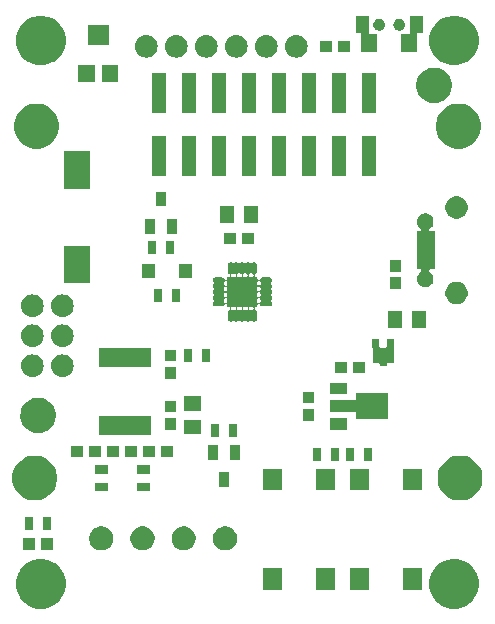
<source format=gts>
%TF.GenerationSoftware,KiCad,Pcbnew,(5.0.1)-3*%
%TF.CreationDate,2018-10-26T14:10:22+13:00*%
%TF.ProjectId,TINY-REFLOW-CONTROLLER,54494E592D5245464C4F572D434F4E54,rev?*%
%TF.SameCoordinates,PX8f0d180PY5f5e100*%
%TF.FileFunction,Soldermask,Top*%
%TF.FilePolarity,Negative*%
%FSLAX46Y46*%
G04 Gerber Fmt 4.6, Leading zero omitted, Abs format (unit mm)*
G04 Created by KiCad (PCBNEW (5.0.1)-3) date 26/10/2018 14:10:22*
%MOMM*%
%LPD*%
G01*
G04 APERTURE LIST*
%ADD10C,0.100000*%
G04 APERTURE END LIST*
D10*
G36*
X38112547Y4519299D02*
X38494722Y4360997D01*
X38494723Y4360996D01*
X38838672Y4131177D01*
X39131177Y3838672D01*
X39284390Y3609373D01*
X39360997Y3494722D01*
X39519299Y3112547D01*
X39600000Y2706833D01*
X39600000Y2293167D01*
X39519299Y1887453D01*
X39360997Y1505278D01*
X39360996Y1505277D01*
X39131177Y1161328D01*
X38838672Y868823D01*
X38609373Y715610D01*
X38494722Y639003D01*
X38112547Y480701D01*
X37706833Y400000D01*
X37293167Y400000D01*
X36887453Y480701D01*
X36505278Y639003D01*
X36390627Y715610D01*
X36161328Y868823D01*
X35868823Y1161328D01*
X35639004Y1505277D01*
X35639003Y1505278D01*
X35480701Y1887453D01*
X35400000Y2293167D01*
X35400000Y2706833D01*
X35480701Y3112547D01*
X35639003Y3494722D01*
X35715610Y3609373D01*
X35868823Y3838672D01*
X36161328Y4131177D01*
X36505277Y4360996D01*
X36505278Y4360997D01*
X36887453Y4519299D01*
X37293167Y4600000D01*
X37706833Y4600000D01*
X38112547Y4519299D01*
X38112547Y4519299D01*
G37*
G36*
X3112547Y4519299D02*
X3494722Y4360997D01*
X3494723Y4360996D01*
X3838672Y4131177D01*
X4131177Y3838672D01*
X4284390Y3609373D01*
X4360997Y3494722D01*
X4519299Y3112547D01*
X4600000Y2706833D01*
X4600000Y2293167D01*
X4519299Y1887453D01*
X4360997Y1505278D01*
X4360996Y1505277D01*
X4131177Y1161328D01*
X3838672Y868823D01*
X3609373Y715610D01*
X3494722Y639003D01*
X3112547Y480701D01*
X2706833Y400000D01*
X2293167Y400000D01*
X1887453Y480701D01*
X1505278Y639003D01*
X1390627Y715610D01*
X1161328Y868823D01*
X868823Y1161328D01*
X639004Y1505277D01*
X639003Y1505278D01*
X480701Y1887453D01*
X400000Y2293167D01*
X400000Y2706833D01*
X480701Y3112547D01*
X639003Y3494722D01*
X715610Y3609373D01*
X868823Y3838672D01*
X1161328Y4131177D01*
X1505277Y4360996D01*
X1505278Y4360997D01*
X1887453Y4519299D01*
X2293167Y4600000D01*
X2706833Y4600000D01*
X3112547Y4519299D01*
X3112547Y4519299D01*
G37*
G36*
X34800000Y2012000D02*
X33200000Y2012000D01*
X33200000Y3812000D01*
X34800000Y3812000D01*
X34800000Y2012000D01*
X34800000Y2012000D01*
G37*
G36*
X22934000Y2012000D02*
X21334000Y2012000D01*
X21334000Y3812000D01*
X22934000Y3812000D01*
X22934000Y2012000D01*
X22934000Y2012000D01*
G37*
G36*
X27434000Y2012000D02*
X25834000Y2012000D01*
X25834000Y3812000D01*
X27434000Y3812000D01*
X27434000Y2012000D01*
X27434000Y2012000D01*
G37*
G36*
X30300000Y2012000D02*
X28700000Y2012000D01*
X28700000Y3812000D01*
X30300000Y3812000D01*
X30300000Y2012000D01*
X30300000Y2012000D01*
G37*
G36*
X11418690Y7334649D02*
X11605045Y7257458D01*
X11772765Y7145391D01*
X11915391Y7002765D01*
X12027458Y6835045D01*
X12104649Y6648690D01*
X12144000Y6450857D01*
X12144000Y6249143D01*
X12104649Y6051310D01*
X12027458Y5864955D01*
X11915391Y5697235D01*
X11772765Y5554609D01*
X11605045Y5442542D01*
X11418690Y5365351D01*
X11220857Y5326000D01*
X11019143Y5326000D01*
X10821310Y5365351D01*
X10634955Y5442542D01*
X10467235Y5554609D01*
X10324609Y5697235D01*
X10212542Y5864955D01*
X10135351Y6051310D01*
X10096000Y6249143D01*
X10096000Y6450857D01*
X10135351Y6648690D01*
X10212542Y6835045D01*
X10324609Y7002765D01*
X10467235Y7145391D01*
X10634955Y7257458D01*
X10821310Y7334649D01*
X11019143Y7374000D01*
X11220857Y7374000D01*
X11418690Y7334649D01*
X11418690Y7334649D01*
G37*
G36*
X7918690Y7334649D02*
X8105045Y7257458D01*
X8272765Y7145391D01*
X8415391Y7002765D01*
X8527458Y6835045D01*
X8604649Y6648690D01*
X8644000Y6450857D01*
X8644000Y6249143D01*
X8604649Y6051310D01*
X8527458Y5864955D01*
X8415391Y5697235D01*
X8272765Y5554609D01*
X8105045Y5442542D01*
X7918690Y5365351D01*
X7720857Y5326000D01*
X7519143Y5326000D01*
X7321310Y5365351D01*
X7134955Y5442542D01*
X6967235Y5554609D01*
X6824609Y5697235D01*
X6712542Y5864955D01*
X6635351Y6051310D01*
X6596000Y6249143D01*
X6596000Y6450857D01*
X6635351Y6648690D01*
X6712542Y6835045D01*
X6824609Y7002765D01*
X6967235Y7145391D01*
X7134955Y7257458D01*
X7321310Y7334649D01*
X7519143Y7374000D01*
X7720857Y7374000D01*
X7918690Y7334649D01*
X7918690Y7334649D01*
G37*
G36*
X18403690Y7334649D02*
X18590045Y7257458D01*
X18757765Y7145391D01*
X18900391Y7002765D01*
X19012458Y6835045D01*
X19089649Y6648690D01*
X19129000Y6450857D01*
X19129000Y6249143D01*
X19089649Y6051310D01*
X19012458Y5864955D01*
X18900391Y5697235D01*
X18757765Y5554609D01*
X18590045Y5442542D01*
X18403690Y5365351D01*
X18205857Y5326000D01*
X18004143Y5326000D01*
X17806310Y5365351D01*
X17619955Y5442542D01*
X17452235Y5554609D01*
X17309609Y5697235D01*
X17197542Y5864955D01*
X17120351Y6051310D01*
X17081000Y6249143D01*
X17081000Y6450857D01*
X17120351Y6648690D01*
X17197542Y6835045D01*
X17309609Y7002765D01*
X17452235Y7145391D01*
X17619955Y7257458D01*
X17806310Y7334649D01*
X18004143Y7374000D01*
X18205857Y7374000D01*
X18403690Y7334649D01*
X18403690Y7334649D01*
G37*
G36*
X14903690Y7334649D02*
X15090045Y7257458D01*
X15257765Y7145391D01*
X15400391Y7002765D01*
X15512458Y6835045D01*
X15589649Y6648690D01*
X15629000Y6450857D01*
X15629000Y6249143D01*
X15589649Y6051310D01*
X15512458Y5864955D01*
X15400391Y5697235D01*
X15257765Y5554609D01*
X15090045Y5442542D01*
X14903690Y5365351D01*
X14705857Y5326000D01*
X14504143Y5326000D01*
X14306310Y5365351D01*
X14119955Y5442542D01*
X13952235Y5554609D01*
X13809609Y5697235D01*
X13697542Y5864955D01*
X13620351Y6051310D01*
X13581000Y6249143D01*
X13581000Y6450857D01*
X13620351Y6648690D01*
X13697542Y6835045D01*
X13809609Y7002765D01*
X13952235Y7145391D01*
X14119955Y7257458D01*
X14306310Y7334649D01*
X14504143Y7374000D01*
X14705857Y7374000D01*
X14903690Y7334649D01*
X14903690Y7334649D01*
G37*
G36*
X2035480Y5343220D02*
X1037920Y5343220D01*
X1037920Y6340780D01*
X2035480Y6340780D01*
X2035480Y5343220D01*
X2035480Y5343220D01*
G37*
G36*
X3534080Y5343220D02*
X2536520Y5343220D01*
X2536520Y6340780D01*
X3534080Y6340780D01*
X3534080Y5343220D01*
X3534080Y5343220D01*
G37*
G36*
X3386000Y7070000D02*
X2686000Y7070000D01*
X2686000Y8170000D01*
X3386000Y8170000D01*
X3386000Y7070000D01*
X3386000Y7070000D01*
G37*
G36*
X1886000Y7070000D02*
X1186000Y7070000D01*
X1186000Y8170000D01*
X1886000Y8170000D01*
X1886000Y7070000D01*
X1886000Y7070000D01*
G37*
G36*
X38554209Y13276984D02*
X38899986Y13133759D01*
X39211182Y12925824D01*
X39475824Y12661182D01*
X39683759Y12349986D01*
X39826984Y12004209D01*
X39900000Y11637135D01*
X39900000Y11262865D01*
X39826984Y10895791D01*
X39683759Y10550014D01*
X39475824Y10238818D01*
X39211182Y9974176D01*
X38899986Y9766241D01*
X38554209Y9623016D01*
X38187135Y9550000D01*
X37812865Y9550000D01*
X37445791Y9623016D01*
X37100014Y9766241D01*
X36788818Y9974176D01*
X36524176Y10238818D01*
X36316241Y10550014D01*
X36173016Y10895791D01*
X36100000Y11262865D01*
X36100000Y11637135D01*
X36173016Y12004209D01*
X36316241Y12349986D01*
X36524176Y12661182D01*
X36788818Y12925824D01*
X37100014Y13133759D01*
X37445791Y13276984D01*
X37812865Y13350000D01*
X38187135Y13350000D01*
X38554209Y13276984D01*
X38554209Y13276984D01*
G37*
G36*
X2554209Y13276984D02*
X2899986Y13133759D01*
X3211182Y12925824D01*
X3475824Y12661182D01*
X3683759Y12349986D01*
X3826984Y12004209D01*
X3900000Y11637135D01*
X3900000Y11262865D01*
X3826984Y10895791D01*
X3683759Y10550014D01*
X3475824Y10238818D01*
X3211182Y9974176D01*
X2899986Y9766241D01*
X2554209Y9623016D01*
X2187135Y9550000D01*
X1812865Y9550000D01*
X1445791Y9623016D01*
X1100014Y9766241D01*
X788818Y9974176D01*
X524176Y10238818D01*
X316241Y10550014D01*
X173016Y10895791D01*
X100000Y11262865D01*
X100000Y11637135D01*
X173016Y12004209D01*
X316241Y12349986D01*
X524176Y12661182D01*
X788818Y12925824D01*
X1100014Y13133759D01*
X1445791Y13276984D01*
X1812865Y13350000D01*
X2187135Y13350000D01*
X2554209Y13276984D01*
X2554209Y13276984D01*
G37*
G36*
X8170000Y10330000D02*
X7070000Y10330000D01*
X7070000Y11030000D01*
X8170000Y11030000D01*
X8170000Y10330000D01*
X8170000Y10330000D01*
G37*
G36*
X11726000Y10330000D02*
X10626000Y10330000D01*
X10626000Y11030000D01*
X11726000Y11030000D01*
X11726000Y10330000D01*
X11726000Y10330000D01*
G37*
G36*
X27434000Y10412000D02*
X25834000Y10412000D01*
X25834000Y12212000D01*
X27434000Y12212000D01*
X27434000Y10412000D01*
X27434000Y10412000D01*
G37*
G36*
X34800000Y10412000D02*
X33200000Y10412000D01*
X33200000Y12212000D01*
X34800000Y12212000D01*
X34800000Y10412000D01*
X34800000Y10412000D01*
G37*
G36*
X22934000Y10412000D02*
X21334000Y10412000D01*
X21334000Y12212000D01*
X22934000Y12212000D01*
X22934000Y10412000D01*
X22934000Y10412000D01*
G37*
G36*
X30300000Y10412000D02*
X28700000Y10412000D01*
X28700000Y12212000D01*
X30300000Y12212000D01*
X30300000Y10412000D01*
X30300000Y10412000D01*
G37*
G36*
X18459000Y10671000D02*
X17609000Y10671000D01*
X17609000Y11921000D01*
X18459000Y11921000D01*
X18459000Y10671000D01*
X18459000Y10671000D01*
G37*
G36*
X11726000Y11830000D02*
X10626000Y11830000D01*
X10626000Y12530000D01*
X11726000Y12530000D01*
X11726000Y11830000D01*
X11726000Y11830000D01*
G37*
G36*
X8170000Y11830000D02*
X7070000Y11830000D01*
X7070000Y12530000D01*
X8170000Y12530000D01*
X8170000Y11830000D01*
X8170000Y11830000D01*
G37*
G36*
X27770000Y12912000D02*
X27070000Y12912000D01*
X27070000Y14012000D01*
X27770000Y14012000D01*
X27770000Y12912000D01*
X27770000Y12912000D01*
G37*
G36*
X30564000Y12912000D02*
X29864000Y12912000D01*
X29864000Y14012000D01*
X30564000Y14012000D01*
X30564000Y12912000D01*
X30564000Y12912000D01*
G37*
G36*
X29064000Y12912000D02*
X28364000Y12912000D01*
X28364000Y14012000D01*
X29064000Y14012000D01*
X29064000Y12912000D01*
X29064000Y12912000D01*
G37*
G36*
X26270000Y12912000D02*
X25570000Y12912000D01*
X25570000Y14012000D01*
X26270000Y14012000D01*
X26270000Y12912000D01*
X26270000Y12912000D01*
G37*
G36*
X19409000Y12971000D02*
X18559000Y12971000D01*
X18559000Y14221000D01*
X19409000Y14221000D01*
X19409000Y12971000D01*
X19409000Y12971000D01*
G37*
G36*
X17509000Y12971000D02*
X16659000Y12971000D01*
X16659000Y14221000D01*
X17509000Y14221000D01*
X17509000Y12971000D01*
X17509000Y12971000D01*
G37*
G36*
X7600000Y13241000D02*
X6600000Y13241000D01*
X6600000Y14191000D01*
X7600000Y14191000D01*
X7600000Y13241000D01*
X7600000Y13241000D01*
G37*
G36*
X6100000Y13241000D02*
X5100000Y13241000D01*
X5100000Y14191000D01*
X6100000Y14191000D01*
X6100000Y13241000D01*
X6100000Y13241000D01*
G37*
G36*
X12196000Y13241000D02*
X11196000Y13241000D01*
X11196000Y14191000D01*
X12196000Y14191000D01*
X12196000Y13241000D01*
X12196000Y13241000D01*
G37*
G36*
X9148000Y13241000D02*
X8148000Y13241000D01*
X8148000Y14191000D01*
X9148000Y14191000D01*
X9148000Y13241000D01*
X9148000Y13241000D01*
G37*
G36*
X10648000Y13241000D02*
X9648000Y13241000D01*
X9648000Y14191000D01*
X10648000Y14191000D01*
X10648000Y13241000D01*
X10648000Y13241000D01*
G37*
G36*
X13696000Y13241000D02*
X12696000Y13241000D01*
X12696000Y14191000D01*
X13696000Y14191000D01*
X13696000Y13241000D01*
X13696000Y13241000D01*
G37*
G36*
X19134000Y14944000D02*
X18434000Y14944000D01*
X18434000Y16044000D01*
X19134000Y16044000D01*
X19134000Y14944000D01*
X19134000Y14944000D01*
G37*
G36*
X17634000Y14944000D02*
X16934000Y14944000D01*
X16934000Y16044000D01*
X17634000Y16044000D01*
X17634000Y14944000D01*
X17634000Y14944000D01*
G37*
G36*
X11877000Y15121000D02*
X7427000Y15121000D01*
X7427000Y16721000D01*
X11877000Y16721000D01*
X11877000Y15121000D01*
X11877000Y15121000D01*
G37*
G36*
X16092000Y15164000D02*
X14642000Y15164000D01*
X14642000Y16364000D01*
X16092000Y16364000D01*
X16092000Y15164000D01*
X16092000Y15164000D01*
G37*
G36*
X2626935Y18225571D02*
X2723534Y18206356D01*
X2996517Y18093283D01*
X3115172Y18014000D01*
X3242197Y17929124D01*
X3451124Y17720197D01*
X3615284Y17474515D01*
X3728356Y17201533D01*
X3770555Y16989388D01*
X3786000Y16911737D01*
X3786000Y16616263D01*
X3728356Y16326466D01*
X3615283Y16053483D01*
X3453313Y15811080D01*
X3451124Y15807803D01*
X3242197Y15598876D01*
X3242194Y15598874D01*
X2996517Y15434717D01*
X2723534Y15321644D01*
X2626935Y15302429D01*
X2433739Y15264000D01*
X2138261Y15264000D01*
X1945065Y15302429D01*
X1848466Y15321644D01*
X1575483Y15434717D01*
X1329806Y15598874D01*
X1329803Y15598876D01*
X1120876Y15807803D01*
X1118687Y15811080D01*
X956717Y16053483D01*
X843644Y16326466D01*
X786000Y16616263D01*
X786000Y16911737D01*
X801446Y16989388D01*
X843644Y17201533D01*
X956716Y17474515D01*
X1120876Y17720197D01*
X1329803Y17929124D01*
X1456828Y18014000D01*
X1575483Y18093283D01*
X1848466Y18206356D01*
X1945065Y18225571D01*
X2138261Y18264000D01*
X2433739Y18264000D01*
X2626935Y18225571D01*
X2626935Y18225571D01*
G37*
G36*
X13937000Y15514000D02*
X12987000Y15514000D01*
X12987000Y16514000D01*
X13937000Y16514000D01*
X13937000Y15514000D01*
X13937000Y15514000D01*
G37*
G36*
X28414000Y15526000D02*
X27014000Y15526000D01*
X27014000Y16526000D01*
X28414000Y16526000D01*
X28414000Y15526000D01*
X28414000Y15526000D01*
G37*
G36*
X25621000Y16276000D02*
X24671000Y16276000D01*
X24671000Y17276000D01*
X25621000Y17276000D01*
X25621000Y16276000D01*
X25621000Y16276000D01*
G37*
G36*
X31914000Y16426000D02*
X29214000Y16426000D01*
X29214000Y16901000D01*
X29211598Y16925386D01*
X29204485Y16948835D01*
X29192934Y16970446D01*
X29177388Y16989388D01*
X29158446Y17004934D01*
X29136835Y17016485D01*
X29113386Y17023598D01*
X29089000Y17026000D01*
X27014000Y17026000D01*
X27014000Y18026000D01*
X29089000Y18026000D01*
X29113386Y18028402D01*
X29136835Y18035515D01*
X29158446Y18047066D01*
X29177388Y18062612D01*
X29192934Y18081554D01*
X29204485Y18103165D01*
X29211598Y18126614D01*
X29214000Y18151000D01*
X29214000Y18626000D01*
X31914000Y18626000D01*
X31914000Y16426000D01*
X31914000Y16426000D01*
G37*
G36*
X13937000Y17014000D02*
X12987000Y17014000D01*
X12987000Y18014000D01*
X13937000Y18014000D01*
X13937000Y17014000D01*
X13937000Y17014000D01*
G37*
G36*
X16092000Y17164000D02*
X14642000Y17164000D01*
X14642000Y18364000D01*
X16092000Y18364000D01*
X16092000Y17164000D01*
X16092000Y17164000D01*
G37*
G36*
X25621000Y17776000D02*
X24671000Y17776000D01*
X24671000Y18776000D01*
X25621000Y18776000D01*
X25621000Y17776000D01*
X25621000Y17776000D01*
G37*
G36*
X28414000Y18526000D02*
X27014000Y18526000D01*
X27014000Y19526000D01*
X28414000Y19526000D01*
X28414000Y18526000D01*
X28414000Y18526000D01*
G37*
G36*
X13937000Y19832000D02*
X12987000Y19832000D01*
X12987000Y20832000D01*
X13937000Y20832000D01*
X13937000Y19832000D01*
X13937000Y19832000D01*
G37*
G36*
X1966900Y21904658D02*
X2148536Y21849558D01*
X2315940Y21760079D01*
X2462665Y21639665D01*
X2583079Y21492940D01*
X2672558Y21325536D01*
X2727658Y21143900D01*
X2746262Y20955000D01*
X2727658Y20766100D01*
X2672558Y20584464D01*
X2583079Y20417060D01*
X2462665Y20270335D01*
X2315940Y20149921D01*
X2148536Y20060442D01*
X1966900Y20005342D01*
X1825338Y19991400D01*
X1730662Y19991400D01*
X1589100Y20005342D01*
X1407464Y20060442D01*
X1240060Y20149921D01*
X1093335Y20270335D01*
X972921Y20417060D01*
X883442Y20584464D01*
X828342Y20766100D01*
X809738Y20955000D01*
X828342Y21143900D01*
X883442Y21325536D01*
X972921Y21492940D01*
X1093335Y21639665D01*
X1240060Y21760079D01*
X1407464Y21849558D01*
X1589100Y21904658D01*
X1730662Y21918600D01*
X1825338Y21918600D01*
X1966900Y21904658D01*
X1966900Y21904658D01*
G37*
G36*
X4506900Y21904658D02*
X4688536Y21849558D01*
X4855940Y21760079D01*
X5002665Y21639665D01*
X5123079Y21492940D01*
X5212558Y21325536D01*
X5267658Y21143900D01*
X5286262Y20955000D01*
X5267658Y20766100D01*
X5212558Y20584464D01*
X5123079Y20417060D01*
X5002665Y20270335D01*
X4855940Y20149921D01*
X4688536Y20060442D01*
X4506900Y20005342D01*
X4365338Y19991400D01*
X4270662Y19991400D01*
X4129100Y20005342D01*
X3947464Y20060442D01*
X3780060Y20149921D01*
X3633335Y20270335D01*
X3512921Y20417060D01*
X3423442Y20584464D01*
X3368342Y20766100D01*
X3349738Y20955000D01*
X3368342Y21143900D01*
X3423442Y21325536D01*
X3512921Y21492940D01*
X3633335Y21639665D01*
X3780060Y21760079D01*
X3947464Y21849558D01*
X4129100Y21904658D01*
X4270662Y21918600D01*
X4365338Y21918600D01*
X4506900Y21904658D01*
X4506900Y21904658D01*
G37*
G36*
X28452000Y20353000D02*
X27452000Y20353000D01*
X27452000Y21303000D01*
X28452000Y21303000D01*
X28452000Y20353000D01*
X28452000Y20353000D01*
G37*
G36*
X29952000Y20353000D02*
X28952000Y20353000D01*
X28952000Y21303000D01*
X29952000Y21303000D01*
X29952000Y20353000D01*
X29952000Y20353000D01*
G37*
G36*
X11877000Y20871000D02*
X7427000Y20871000D01*
X7427000Y22471000D01*
X11877000Y22471000D01*
X11877000Y20871000D01*
X11877000Y20871000D01*
G37*
G36*
X31146000Y22623000D02*
X31148402Y22598614D01*
X31155515Y22575165D01*
X31167066Y22553554D01*
X31182612Y22534612D01*
X31201554Y22519066D01*
X31223165Y22507515D01*
X31246614Y22500402D01*
X31271000Y22498000D01*
X31721000Y22498000D01*
X31745386Y22500402D01*
X31768835Y22507515D01*
X31790446Y22519066D01*
X31809388Y22534612D01*
X31824934Y22553554D01*
X31836485Y22575165D01*
X31843598Y22598614D01*
X31846000Y22623000D01*
X31846000Y23248000D01*
X32446000Y23248000D01*
X32446000Y22522376D01*
X32432612Y22511388D01*
X32417066Y22492446D01*
X32405515Y22470835D01*
X32398402Y22447386D01*
X32396000Y22423000D01*
X32396000Y21198000D01*
X31921000Y21198000D01*
X31896614Y21195598D01*
X31873165Y21188485D01*
X31851554Y21176934D01*
X31832612Y21161388D01*
X31817066Y21142446D01*
X31805515Y21120835D01*
X31798402Y21097386D01*
X31796000Y21073000D01*
X31796000Y20948000D01*
X31196000Y20948000D01*
X31196000Y21073000D01*
X31193598Y21097386D01*
X31186485Y21120835D01*
X31174934Y21142446D01*
X31159388Y21161388D01*
X31140446Y21176934D01*
X31118835Y21188485D01*
X31095386Y21195598D01*
X31071000Y21198000D01*
X30596000Y21198000D01*
X30596000Y22423000D01*
X30593598Y22447386D01*
X30586485Y22470835D01*
X30574934Y22492446D01*
X30559388Y22511388D01*
X30546000Y22522376D01*
X30546000Y23248000D01*
X31146000Y23248000D01*
X31146000Y22623000D01*
X31146000Y22623000D01*
G37*
G36*
X16848000Y21294000D02*
X16148000Y21294000D01*
X16148000Y22394000D01*
X16848000Y22394000D01*
X16848000Y21294000D01*
X16848000Y21294000D01*
G37*
G36*
X15348000Y21294000D02*
X14648000Y21294000D01*
X14648000Y22394000D01*
X15348000Y22394000D01*
X15348000Y21294000D01*
X15348000Y21294000D01*
G37*
G36*
X13937000Y21332000D02*
X12987000Y21332000D01*
X12987000Y22332000D01*
X13937000Y22332000D01*
X13937000Y21332000D01*
X13937000Y21332000D01*
G37*
G36*
X1966900Y24444658D02*
X2148536Y24389558D01*
X2315940Y24300079D01*
X2462665Y24179665D01*
X2583079Y24032940D01*
X2672558Y23865536D01*
X2727658Y23683900D01*
X2746262Y23495000D01*
X2727658Y23306100D01*
X2672558Y23124464D01*
X2583079Y22957060D01*
X2462665Y22810335D01*
X2315940Y22689921D01*
X2148536Y22600442D01*
X1966900Y22545342D01*
X1825338Y22531400D01*
X1730662Y22531400D01*
X1589100Y22545342D01*
X1407464Y22600442D01*
X1240060Y22689921D01*
X1093335Y22810335D01*
X972921Y22957060D01*
X883442Y23124464D01*
X828342Y23306100D01*
X809738Y23495000D01*
X828342Y23683900D01*
X883442Y23865536D01*
X972921Y24032940D01*
X1093335Y24179665D01*
X1240060Y24300079D01*
X1407464Y24389558D01*
X1589100Y24444658D01*
X1730662Y24458600D01*
X1825338Y24458600D01*
X1966900Y24444658D01*
X1966900Y24444658D01*
G37*
G36*
X4506900Y24444658D02*
X4688536Y24389558D01*
X4855940Y24300079D01*
X5002665Y24179665D01*
X5123079Y24032940D01*
X5212558Y23865536D01*
X5267658Y23683900D01*
X5286262Y23495000D01*
X5267658Y23306100D01*
X5212558Y23124464D01*
X5123079Y22957060D01*
X5002665Y22810335D01*
X4855940Y22689921D01*
X4688536Y22600442D01*
X4506900Y22545342D01*
X4365338Y22531400D01*
X4270662Y22531400D01*
X4129100Y22545342D01*
X3947464Y22600442D01*
X3780060Y22689921D01*
X3633335Y22810335D01*
X3512921Y22957060D01*
X3423442Y23124464D01*
X3368342Y23306100D01*
X3349738Y23495000D01*
X3368342Y23683900D01*
X3423442Y23865536D01*
X3512921Y24032940D01*
X3633335Y24179665D01*
X3780060Y24300079D01*
X3947464Y24389558D01*
X4129100Y24444658D01*
X4270662Y24458600D01*
X4365338Y24458600D01*
X4506900Y24444658D01*
X4506900Y24444658D01*
G37*
G36*
X33128000Y24167000D02*
X31928000Y24167000D01*
X31928000Y25617000D01*
X33128000Y25617000D01*
X33128000Y24167000D01*
X33128000Y24167000D01*
G37*
G36*
X35128000Y24167000D02*
X33928000Y24167000D01*
X33928000Y25617000D01*
X35128000Y25617000D01*
X35128000Y24167000D01*
X35128000Y24167000D01*
G37*
G36*
X18616921Y29725773D02*
X18658191Y29713253D01*
X18696226Y29692923D01*
X18729564Y29665563D01*
X18731710Y29662948D01*
X18744703Y29649956D01*
X18765078Y29636343D01*
X18787717Y29626966D01*
X18811750Y29622186D01*
X18836255Y29622186D01*
X18860288Y29626967D01*
X18882927Y29636345D01*
X18903301Y29649959D01*
X18916289Y29662947D01*
X18918436Y29665563D01*
X18951774Y29692923D01*
X18989809Y29713253D01*
X19031079Y29725773D01*
X19073999Y29730000D01*
X19074001Y29730000D01*
X19116921Y29725773D01*
X19158191Y29713253D01*
X19196226Y29692923D01*
X19229564Y29665563D01*
X19231710Y29662948D01*
X19244703Y29649956D01*
X19265078Y29636343D01*
X19287717Y29626966D01*
X19311750Y29622186D01*
X19336255Y29622186D01*
X19360288Y29626967D01*
X19382927Y29636345D01*
X19403301Y29649959D01*
X19416289Y29662947D01*
X19418436Y29665563D01*
X19451774Y29692923D01*
X19489809Y29713253D01*
X19531079Y29725773D01*
X19573999Y29730000D01*
X19574001Y29730000D01*
X19616921Y29725773D01*
X19658191Y29713253D01*
X19696226Y29692923D01*
X19729564Y29665563D01*
X19731710Y29662948D01*
X19744703Y29649956D01*
X19765078Y29636343D01*
X19787717Y29626966D01*
X19811750Y29622186D01*
X19836255Y29622186D01*
X19860288Y29626967D01*
X19882927Y29636345D01*
X19903301Y29649959D01*
X19916289Y29662947D01*
X19918436Y29665563D01*
X19951774Y29692923D01*
X19989809Y29713253D01*
X20031079Y29725773D01*
X20073999Y29730000D01*
X20074001Y29730000D01*
X20116921Y29725773D01*
X20158191Y29713253D01*
X20196226Y29692923D01*
X20229564Y29665563D01*
X20231710Y29662948D01*
X20244703Y29649956D01*
X20265078Y29636343D01*
X20287717Y29626966D01*
X20311750Y29622186D01*
X20336255Y29622186D01*
X20360288Y29626967D01*
X20382927Y29636345D01*
X20403301Y29649959D01*
X20416289Y29662947D01*
X20418436Y29665563D01*
X20451774Y29692923D01*
X20489809Y29713253D01*
X20531079Y29725773D01*
X20573999Y29730000D01*
X20574001Y29730000D01*
X20616921Y29725773D01*
X20658191Y29713253D01*
X20696226Y29692923D01*
X20729564Y29665563D01*
X20756924Y29632225D01*
X20777254Y29594190D01*
X20789774Y29552920D01*
X20794001Y29510000D01*
X20794001Y28910000D01*
X20789774Y28867080D01*
X20777254Y28825810D01*
X20756924Y28787775D01*
X20729564Y28754437D01*
X20696226Y28727077D01*
X20667702Y28711831D01*
X20652431Y28701627D01*
X20635104Y28684300D01*
X20621489Y28663926D01*
X20612112Y28641287D01*
X20607331Y28617253D01*
X20607331Y28592749D01*
X20612111Y28568716D01*
X20621488Y28546077D01*
X20635102Y28525702D01*
X20652429Y28508375D01*
X20672803Y28494760D01*
X20695442Y28485383D01*
X20719476Y28480602D01*
X20731729Y28480000D01*
X20844000Y28480000D01*
X20844000Y28367729D01*
X20846402Y28343343D01*
X20853515Y28319894D01*
X20865066Y28298283D01*
X20880612Y28279341D01*
X20899554Y28263795D01*
X20921165Y28252244D01*
X20944614Y28245131D01*
X20969000Y28242729D01*
X20993386Y28245131D01*
X21016835Y28252244D01*
X21038446Y28263795D01*
X21057388Y28279341D01*
X21072934Y28298283D01*
X21072936Y28298286D01*
X21091077Y28332226D01*
X21118437Y28365564D01*
X21151775Y28392924D01*
X21189810Y28413254D01*
X21231080Y28425774D01*
X21274000Y28430001D01*
X21874000Y28430001D01*
X21916920Y28425774D01*
X21958190Y28413254D01*
X21996225Y28392924D01*
X22029563Y28365564D01*
X22056923Y28332226D01*
X22077253Y28294191D01*
X22089773Y28252921D01*
X22094000Y28210001D01*
X22094000Y28209999D01*
X22089773Y28167079D01*
X22077253Y28125809D01*
X22056923Y28087774D01*
X22029563Y28054436D01*
X22026948Y28052290D01*
X22013956Y28039297D01*
X22000343Y28018922D01*
X21990966Y27996283D01*
X21986186Y27972250D01*
X21986186Y27947745D01*
X21990967Y27923712D01*
X22000345Y27901073D01*
X22013959Y27880699D01*
X22026947Y27867711D01*
X22029563Y27865564D01*
X22056923Y27832226D01*
X22077253Y27794191D01*
X22089773Y27752921D01*
X22094000Y27710001D01*
X22094000Y27709999D01*
X22089773Y27667079D01*
X22077253Y27625809D01*
X22056923Y27587774D01*
X22029563Y27554436D01*
X22026948Y27552290D01*
X22013956Y27539297D01*
X22000343Y27518922D01*
X21990966Y27496283D01*
X21986186Y27472250D01*
X21986186Y27447745D01*
X21990967Y27423712D01*
X22000345Y27401073D01*
X22013959Y27380699D01*
X22026947Y27367711D01*
X22029563Y27365564D01*
X22056923Y27332226D01*
X22077253Y27294191D01*
X22089773Y27252921D01*
X22094000Y27210001D01*
X22094000Y27209999D01*
X22089773Y27167079D01*
X22077253Y27125809D01*
X22056923Y27087774D01*
X22029563Y27054436D01*
X22026948Y27052290D01*
X22013956Y27039297D01*
X22000343Y27018922D01*
X21990966Y26996283D01*
X21986186Y26972250D01*
X21986186Y26947745D01*
X21990967Y26923712D01*
X22000345Y26901073D01*
X22013959Y26880699D01*
X22026947Y26867711D01*
X22029563Y26865564D01*
X22056923Y26832226D01*
X22077253Y26794191D01*
X22089773Y26752921D01*
X22094000Y26710001D01*
X22094000Y26709999D01*
X22089773Y26667079D01*
X22077253Y26625809D01*
X22056923Y26587774D01*
X22029563Y26554436D01*
X22026948Y26552290D01*
X22013956Y26539297D01*
X22000343Y26518922D01*
X21990966Y26496283D01*
X21986186Y26472250D01*
X21986186Y26447745D01*
X21990967Y26423712D01*
X22000345Y26401073D01*
X22013959Y26380699D01*
X22026947Y26367711D01*
X22029563Y26365564D01*
X22056923Y26332226D01*
X22077253Y26294191D01*
X22089773Y26252921D01*
X22094000Y26210001D01*
X22094000Y26209999D01*
X22089773Y26167079D01*
X22077253Y26125809D01*
X22056923Y26087774D01*
X22029563Y26054436D01*
X21996225Y26027076D01*
X21958190Y26006746D01*
X21916920Y25994226D01*
X21874000Y25989999D01*
X21274000Y25989999D01*
X21231080Y25994226D01*
X21189810Y26006746D01*
X21151775Y26027076D01*
X21118437Y26054436D01*
X21091077Y26087774D01*
X21075831Y26116298D01*
X21065627Y26131569D01*
X21048300Y26148896D01*
X21027926Y26162511D01*
X21005287Y26171888D01*
X20981253Y26176669D01*
X20956749Y26176669D01*
X20932716Y26171889D01*
X20910077Y26162512D01*
X20889702Y26148898D01*
X20872375Y26131571D01*
X20858760Y26111197D01*
X20849383Y26088558D01*
X20844602Y26064524D01*
X20844000Y26052271D01*
X20844000Y25940000D01*
X20731729Y25940000D01*
X20707343Y25937598D01*
X20683894Y25930485D01*
X20662283Y25918934D01*
X20643341Y25903388D01*
X20627795Y25884446D01*
X20616244Y25862835D01*
X20609131Y25839386D01*
X20606729Y25815000D01*
X20609131Y25790614D01*
X20616244Y25767165D01*
X20627795Y25745554D01*
X20643341Y25726612D01*
X20662283Y25711066D01*
X20696226Y25692923D01*
X20729564Y25665563D01*
X20756924Y25632225D01*
X20777254Y25594190D01*
X20789774Y25552920D01*
X20794001Y25510000D01*
X20794001Y24910000D01*
X20789774Y24867080D01*
X20777254Y24825810D01*
X20756924Y24787775D01*
X20729564Y24754437D01*
X20696226Y24727077D01*
X20658191Y24706747D01*
X20616921Y24694227D01*
X20574001Y24690000D01*
X20573999Y24690000D01*
X20531079Y24694227D01*
X20489809Y24706747D01*
X20451774Y24727077D01*
X20418436Y24754437D01*
X20416290Y24757052D01*
X20403297Y24770044D01*
X20382922Y24783657D01*
X20360283Y24793034D01*
X20336250Y24797814D01*
X20311745Y24797814D01*
X20287712Y24793033D01*
X20265073Y24783655D01*
X20244699Y24770041D01*
X20231711Y24757053D01*
X20229564Y24754437D01*
X20196226Y24727077D01*
X20158191Y24706747D01*
X20116921Y24694227D01*
X20074001Y24690000D01*
X20073999Y24690000D01*
X20031079Y24694227D01*
X19989809Y24706747D01*
X19951774Y24727077D01*
X19918436Y24754437D01*
X19916290Y24757052D01*
X19903297Y24770044D01*
X19882922Y24783657D01*
X19860283Y24793034D01*
X19836250Y24797814D01*
X19811745Y24797814D01*
X19787712Y24793033D01*
X19765073Y24783655D01*
X19744699Y24770041D01*
X19731711Y24757053D01*
X19729564Y24754437D01*
X19696226Y24727077D01*
X19658191Y24706747D01*
X19616921Y24694227D01*
X19574001Y24690000D01*
X19573999Y24690000D01*
X19531079Y24694227D01*
X19489809Y24706747D01*
X19451774Y24727077D01*
X19418436Y24754437D01*
X19416290Y24757052D01*
X19403297Y24770044D01*
X19382922Y24783657D01*
X19360283Y24793034D01*
X19336250Y24797814D01*
X19311745Y24797814D01*
X19287712Y24793033D01*
X19265073Y24783655D01*
X19244699Y24770041D01*
X19231711Y24757053D01*
X19229564Y24754437D01*
X19196226Y24727077D01*
X19158191Y24706747D01*
X19116921Y24694227D01*
X19074001Y24690000D01*
X19073999Y24690000D01*
X19031079Y24694227D01*
X18989809Y24706747D01*
X18951774Y24727077D01*
X18918436Y24754437D01*
X18916290Y24757052D01*
X18903297Y24770044D01*
X18882922Y24783657D01*
X18860283Y24793034D01*
X18836250Y24797814D01*
X18811745Y24797814D01*
X18787712Y24793033D01*
X18765073Y24783655D01*
X18744699Y24770041D01*
X18731711Y24757053D01*
X18729564Y24754437D01*
X18696226Y24727077D01*
X18658191Y24706747D01*
X18616921Y24694227D01*
X18574001Y24690000D01*
X18573999Y24690000D01*
X18531079Y24694227D01*
X18489809Y24706747D01*
X18451774Y24727077D01*
X18418436Y24754437D01*
X18391076Y24787775D01*
X18370746Y24825810D01*
X18358226Y24867080D01*
X18353999Y24910000D01*
X18353999Y25510000D01*
X18358226Y25552920D01*
X18370746Y25594190D01*
X18391076Y25632225D01*
X18418436Y25665563D01*
X18451774Y25692923D01*
X18480298Y25708169D01*
X18495569Y25718373D01*
X18512896Y25735700D01*
X18526511Y25756074D01*
X18535888Y25778713D01*
X18540669Y25802747D01*
X18540669Y25815000D01*
X18606729Y25815000D01*
X18609131Y25790614D01*
X18616244Y25767165D01*
X18627795Y25745554D01*
X18643341Y25726612D01*
X18662283Y25711066D01*
X18696226Y25692923D01*
X18729564Y25665563D01*
X18731710Y25662948D01*
X18744703Y25649956D01*
X18765078Y25636343D01*
X18787717Y25626966D01*
X18811750Y25622186D01*
X18836255Y25622186D01*
X18860288Y25626967D01*
X18882927Y25636345D01*
X18903301Y25649959D01*
X18916289Y25662947D01*
X18918436Y25665563D01*
X18951774Y25692923D01*
X18980298Y25708169D01*
X18995569Y25718373D01*
X19012896Y25735700D01*
X19026511Y25756074D01*
X19035888Y25778713D01*
X19040669Y25802747D01*
X19040669Y25815000D01*
X19106729Y25815000D01*
X19109131Y25790614D01*
X19116244Y25767165D01*
X19127795Y25745554D01*
X19143341Y25726612D01*
X19162283Y25711066D01*
X19196226Y25692923D01*
X19229564Y25665563D01*
X19231710Y25662948D01*
X19244703Y25649956D01*
X19265078Y25636343D01*
X19287717Y25626966D01*
X19311750Y25622186D01*
X19336255Y25622186D01*
X19360288Y25626967D01*
X19382927Y25636345D01*
X19403301Y25649959D01*
X19416289Y25662947D01*
X19418436Y25665563D01*
X19451774Y25692923D01*
X19480298Y25708169D01*
X19495569Y25718373D01*
X19512896Y25735700D01*
X19526511Y25756074D01*
X19535888Y25778713D01*
X19540669Y25802747D01*
X19540669Y25815000D01*
X19606729Y25815000D01*
X19609131Y25790614D01*
X19616244Y25767165D01*
X19627795Y25745554D01*
X19643341Y25726612D01*
X19662283Y25711066D01*
X19696226Y25692923D01*
X19729564Y25665563D01*
X19731710Y25662948D01*
X19744703Y25649956D01*
X19765078Y25636343D01*
X19787717Y25626966D01*
X19811750Y25622186D01*
X19836255Y25622186D01*
X19860288Y25626967D01*
X19882927Y25636345D01*
X19903301Y25649959D01*
X19916289Y25662947D01*
X19918436Y25665563D01*
X19951774Y25692923D01*
X19980298Y25708169D01*
X19995569Y25718373D01*
X20012896Y25735700D01*
X20026511Y25756074D01*
X20035888Y25778713D01*
X20040669Y25802747D01*
X20040669Y25815000D01*
X20106729Y25815000D01*
X20109131Y25790614D01*
X20116244Y25767165D01*
X20127795Y25745554D01*
X20143341Y25726612D01*
X20162283Y25711066D01*
X20196226Y25692923D01*
X20229564Y25665563D01*
X20231710Y25662948D01*
X20244703Y25649956D01*
X20265078Y25636343D01*
X20287717Y25626966D01*
X20311750Y25622186D01*
X20336255Y25622186D01*
X20360288Y25626967D01*
X20382927Y25636345D01*
X20403301Y25649959D01*
X20416289Y25662947D01*
X20418436Y25665563D01*
X20451774Y25692923D01*
X20480298Y25708169D01*
X20495569Y25718373D01*
X20512896Y25735700D01*
X20526511Y25756074D01*
X20535888Y25778713D01*
X20540669Y25802747D01*
X20540669Y25827251D01*
X20535889Y25851284D01*
X20526512Y25873923D01*
X20512898Y25894298D01*
X20495571Y25911625D01*
X20475197Y25925240D01*
X20452558Y25934617D01*
X20428524Y25939398D01*
X20416271Y25940000D01*
X20231729Y25940000D01*
X20207343Y25937598D01*
X20183894Y25930485D01*
X20162283Y25918934D01*
X20143341Y25903388D01*
X20127795Y25884446D01*
X20116244Y25862835D01*
X20109131Y25839386D01*
X20106729Y25815000D01*
X20040669Y25815000D01*
X20040669Y25827251D01*
X20035889Y25851284D01*
X20026512Y25873923D01*
X20012898Y25894298D01*
X19995571Y25911625D01*
X19975197Y25925240D01*
X19952558Y25934617D01*
X19928524Y25939398D01*
X19916271Y25940000D01*
X19731729Y25940000D01*
X19707343Y25937598D01*
X19683894Y25930485D01*
X19662283Y25918934D01*
X19643341Y25903388D01*
X19627795Y25884446D01*
X19616244Y25862835D01*
X19609131Y25839386D01*
X19606729Y25815000D01*
X19540669Y25815000D01*
X19540669Y25827251D01*
X19535889Y25851284D01*
X19526512Y25873923D01*
X19512898Y25894298D01*
X19495571Y25911625D01*
X19475197Y25925240D01*
X19452558Y25934617D01*
X19428524Y25939398D01*
X19416271Y25940000D01*
X19231729Y25940000D01*
X19207343Y25937598D01*
X19183894Y25930485D01*
X19162283Y25918934D01*
X19143341Y25903388D01*
X19127795Y25884446D01*
X19116244Y25862835D01*
X19109131Y25839386D01*
X19106729Y25815000D01*
X19040669Y25815000D01*
X19040669Y25827251D01*
X19035889Y25851284D01*
X19026512Y25873923D01*
X19012898Y25894298D01*
X18995571Y25911625D01*
X18975197Y25925240D01*
X18952558Y25934617D01*
X18928524Y25939398D01*
X18916271Y25940000D01*
X18731729Y25940000D01*
X18707343Y25937598D01*
X18683894Y25930485D01*
X18662283Y25918934D01*
X18643341Y25903388D01*
X18627795Y25884446D01*
X18616244Y25862835D01*
X18609131Y25839386D01*
X18606729Y25815000D01*
X18540669Y25815000D01*
X18540669Y25827251D01*
X18535889Y25851284D01*
X18526512Y25873923D01*
X18512898Y25894298D01*
X18495571Y25911625D01*
X18475197Y25925240D01*
X18452558Y25934617D01*
X18428524Y25939398D01*
X18416271Y25940000D01*
X18304000Y25940000D01*
X18304000Y26052271D01*
X18301598Y26076657D01*
X18294485Y26100106D01*
X18282934Y26121717D01*
X18267388Y26140659D01*
X18248446Y26156205D01*
X18226835Y26167756D01*
X18203386Y26174869D01*
X18179000Y26177271D01*
X18154614Y26174869D01*
X18131165Y26167756D01*
X18109554Y26156205D01*
X18090612Y26140659D01*
X18075066Y26121717D01*
X18056923Y26087774D01*
X18029563Y26054436D01*
X17996225Y26027076D01*
X17958190Y26006746D01*
X17916920Y25994226D01*
X17874000Y25989999D01*
X17274000Y25989999D01*
X17231080Y25994226D01*
X17189810Y26006746D01*
X17151775Y26027076D01*
X17118437Y26054436D01*
X17091077Y26087774D01*
X17070747Y26125809D01*
X17058227Y26167079D01*
X17054000Y26209999D01*
X17054000Y26210001D01*
X17058227Y26252921D01*
X17070747Y26294191D01*
X17091077Y26332226D01*
X17118437Y26365564D01*
X17121052Y26367710D01*
X17134044Y26380703D01*
X17147657Y26401078D01*
X17157034Y26423717D01*
X17161814Y26447750D01*
X17161814Y26472250D01*
X17986186Y26472250D01*
X17986186Y26447745D01*
X17990967Y26423712D01*
X18000345Y26401073D01*
X18013959Y26380699D01*
X18026947Y26367711D01*
X18029563Y26365564D01*
X18056923Y26332226D01*
X18072169Y26303702D01*
X18082373Y26288431D01*
X18099700Y26271104D01*
X18120074Y26257489D01*
X18142713Y26248112D01*
X18166747Y26243331D01*
X18191251Y26243331D01*
X18215284Y26248111D01*
X18237923Y26257488D01*
X18258298Y26271102D01*
X18275625Y26288429D01*
X18289240Y26308803D01*
X18298617Y26331442D01*
X18303398Y26355476D01*
X18304000Y26367729D01*
X18304000Y26552271D01*
X20844000Y26552271D01*
X20844000Y26367729D01*
X20846402Y26343343D01*
X20853515Y26319894D01*
X20865066Y26298283D01*
X20880612Y26279341D01*
X20899554Y26263795D01*
X20921165Y26252244D01*
X20944614Y26245131D01*
X20969000Y26242729D01*
X20993386Y26245131D01*
X21016835Y26252244D01*
X21038446Y26263795D01*
X21057388Y26279341D01*
X21072934Y26298283D01*
X21072936Y26298286D01*
X21091077Y26332226D01*
X21118437Y26365564D01*
X21121052Y26367710D01*
X21134044Y26380703D01*
X21147657Y26401078D01*
X21157034Y26423717D01*
X21161814Y26447750D01*
X21161814Y26472255D01*
X21157033Y26496288D01*
X21147655Y26518927D01*
X21134041Y26539301D01*
X21121053Y26552289D01*
X21118437Y26554436D01*
X21091077Y26587774D01*
X21075831Y26616298D01*
X21065627Y26631569D01*
X21048300Y26648896D01*
X21027926Y26662511D01*
X21005287Y26671888D01*
X20981253Y26676669D01*
X20956749Y26676669D01*
X20932716Y26671889D01*
X20910077Y26662512D01*
X20889702Y26648898D01*
X20872375Y26631571D01*
X20858760Y26611197D01*
X20849383Y26588558D01*
X20844602Y26564524D01*
X20844000Y26552271D01*
X18304000Y26552271D01*
X18301598Y26576657D01*
X18294485Y26600106D01*
X18282934Y26621717D01*
X18267388Y26640659D01*
X18248446Y26656205D01*
X18226835Y26667756D01*
X18203386Y26674869D01*
X18179000Y26677271D01*
X18154614Y26674869D01*
X18131165Y26667756D01*
X18109554Y26656205D01*
X18090612Y26640659D01*
X18075066Y26621717D01*
X18056923Y26587774D01*
X18029563Y26554436D01*
X18026948Y26552290D01*
X18013956Y26539297D01*
X18000343Y26518922D01*
X17990966Y26496283D01*
X17986186Y26472250D01*
X17161814Y26472250D01*
X17161814Y26472255D01*
X17157033Y26496288D01*
X17147655Y26518927D01*
X17134041Y26539301D01*
X17121053Y26552289D01*
X17118437Y26554436D01*
X17091077Y26587774D01*
X17070747Y26625809D01*
X17058227Y26667079D01*
X17054000Y26709999D01*
X17054000Y26710001D01*
X17058227Y26752921D01*
X17070747Y26794191D01*
X17091077Y26832226D01*
X17118437Y26865564D01*
X17121052Y26867710D01*
X17134044Y26880703D01*
X17147657Y26901078D01*
X17157034Y26923717D01*
X17161814Y26947750D01*
X17161814Y26972250D01*
X17986186Y26972250D01*
X17986186Y26947745D01*
X17990967Y26923712D01*
X18000345Y26901073D01*
X18013959Y26880699D01*
X18026947Y26867711D01*
X18029563Y26865564D01*
X18056923Y26832226D01*
X18072169Y26803702D01*
X18082373Y26788431D01*
X18099700Y26771104D01*
X18120074Y26757489D01*
X18142713Y26748112D01*
X18166747Y26743331D01*
X18191251Y26743331D01*
X18215284Y26748111D01*
X18237923Y26757488D01*
X18258298Y26771102D01*
X18275625Y26788429D01*
X18289240Y26808803D01*
X18298617Y26831442D01*
X18303398Y26855476D01*
X18304000Y26867729D01*
X18304000Y27052271D01*
X20844000Y27052271D01*
X20844000Y26867729D01*
X20846402Y26843343D01*
X20853515Y26819894D01*
X20865066Y26798283D01*
X20880612Y26779341D01*
X20899554Y26763795D01*
X20921165Y26752244D01*
X20944614Y26745131D01*
X20969000Y26742729D01*
X20993386Y26745131D01*
X21016835Y26752244D01*
X21038446Y26763795D01*
X21057388Y26779341D01*
X21072934Y26798283D01*
X21072936Y26798286D01*
X21091077Y26832226D01*
X21118437Y26865564D01*
X21121052Y26867710D01*
X21134044Y26880703D01*
X21147657Y26901078D01*
X21157034Y26923717D01*
X21161814Y26947750D01*
X21161814Y26972255D01*
X21157033Y26996288D01*
X21147655Y27018927D01*
X21134041Y27039301D01*
X21121053Y27052289D01*
X21118437Y27054436D01*
X21091077Y27087774D01*
X21075831Y27116298D01*
X21065627Y27131569D01*
X21048300Y27148896D01*
X21027926Y27162511D01*
X21005287Y27171888D01*
X20981253Y27176669D01*
X20956749Y27176669D01*
X20932716Y27171889D01*
X20910077Y27162512D01*
X20889702Y27148898D01*
X20872375Y27131571D01*
X20858760Y27111197D01*
X20849383Y27088558D01*
X20844602Y27064524D01*
X20844000Y27052271D01*
X18304000Y27052271D01*
X18301598Y27076657D01*
X18294485Y27100106D01*
X18282934Y27121717D01*
X18267388Y27140659D01*
X18248446Y27156205D01*
X18226835Y27167756D01*
X18203386Y27174869D01*
X18179000Y27177271D01*
X18154614Y27174869D01*
X18131165Y27167756D01*
X18109554Y27156205D01*
X18090612Y27140659D01*
X18075066Y27121717D01*
X18056923Y27087774D01*
X18029563Y27054436D01*
X18026948Y27052290D01*
X18013956Y27039297D01*
X18000343Y27018922D01*
X17990966Y26996283D01*
X17986186Y26972250D01*
X17161814Y26972250D01*
X17161814Y26972255D01*
X17157033Y26996288D01*
X17147655Y27018927D01*
X17134041Y27039301D01*
X17121053Y27052289D01*
X17118437Y27054436D01*
X17091077Y27087774D01*
X17070747Y27125809D01*
X17058227Y27167079D01*
X17054000Y27209999D01*
X17054000Y27210001D01*
X17058227Y27252921D01*
X17070747Y27294191D01*
X17091077Y27332226D01*
X17118437Y27365564D01*
X17121052Y27367710D01*
X17134044Y27380703D01*
X17147657Y27401078D01*
X17157034Y27423717D01*
X17161814Y27447750D01*
X17161814Y27472250D01*
X17986186Y27472250D01*
X17986186Y27447745D01*
X17990967Y27423712D01*
X18000345Y27401073D01*
X18013959Y27380699D01*
X18026947Y27367711D01*
X18029563Y27365564D01*
X18056923Y27332226D01*
X18072169Y27303702D01*
X18082373Y27288431D01*
X18099700Y27271104D01*
X18120074Y27257489D01*
X18142713Y27248112D01*
X18166747Y27243331D01*
X18191251Y27243331D01*
X18215284Y27248111D01*
X18237923Y27257488D01*
X18258298Y27271102D01*
X18275625Y27288429D01*
X18289240Y27308803D01*
X18298617Y27331442D01*
X18303398Y27355476D01*
X18304000Y27367729D01*
X18304000Y27552271D01*
X20844000Y27552271D01*
X20844000Y27367729D01*
X20846402Y27343343D01*
X20853515Y27319894D01*
X20865066Y27298283D01*
X20880612Y27279341D01*
X20899554Y27263795D01*
X20921165Y27252244D01*
X20944614Y27245131D01*
X20969000Y27242729D01*
X20993386Y27245131D01*
X21016835Y27252244D01*
X21038446Y27263795D01*
X21057388Y27279341D01*
X21072934Y27298283D01*
X21072936Y27298286D01*
X21091077Y27332226D01*
X21118437Y27365564D01*
X21121052Y27367710D01*
X21134044Y27380703D01*
X21147657Y27401078D01*
X21157034Y27423717D01*
X21161814Y27447750D01*
X21161814Y27472255D01*
X21157033Y27496288D01*
X21147655Y27518927D01*
X21134041Y27539301D01*
X21121053Y27552289D01*
X21118437Y27554436D01*
X21091077Y27587774D01*
X21075831Y27616298D01*
X21065627Y27631569D01*
X21048300Y27648896D01*
X21027926Y27662511D01*
X21005287Y27671888D01*
X20981253Y27676669D01*
X20956749Y27676669D01*
X20932716Y27671889D01*
X20910077Y27662512D01*
X20889702Y27648898D01*
X20872375Y27631571D01*
X20858760Y27611197D01*
X20849383Y27588558D01*
X20844602Y27564524D01*
X20844000Y27552271D01*
X18304000Y27552271D01*
X18301598Y27576657D01*
X18294485Y27600106D01*
X18282934Y27621717D01*
X18267388Y27640659D01*
X18248446Y27656205D01*
X18226835Y27667756D01*
X18203386Y27674869D01*
X18179000Y27677271D01*
X18154614Y27674869D01*
X18131165Y27667756D01*
X18109554Y27656205D01*
X18090612Y27640659D01*
X18075066Y27621717D01*
X18056923Y27587774D01*
X18029563Y27554436D01*
X18026948Y27552290D01*
X18013956Y27539297D01*
X18000343Y27518922D01*
X17990966Y27496283D01*
X17986186Y27472250D01*
X17161814Y27472250D01*
X17161814Y27472255D01*
X17157033Y27496288D01*
X17147655Y27518927D01*
X17134041Y27539301D01*
X17121053Y27552289D01*
X17118437Y27554436D01*
X17091077Y27587774D01*
X17070747Y27625809D01*
X17058227Y27667079D01*
X17054000Y27709999D01*
X17054000Y27710001D01*
X17058227Y27752921D01*
X17070747Y27794191D01*
X17091077Y27832226D01*
X17118437Y27865564D01*
X17121052Y27867710D01*
X17134044Y27880703D01*
X17147657Y27901078D01*
X17157034Y27923717D01*
X17161814Y27947750D01*
X17161814Y27972250D01*
X17986186Y27972250D01*
X17986186Y27947745D01*
X17990967Y27923712D01*
X18000345Y27901073D01*
X18013959Y27880699D01*
X18026947Y27867711D01*
X18029563Y27865564D01*
X18056923Y27832226D01*
X18072169Y27803702D01*
X18082373Y27788431D01*
X18099700Y27771104D01*
X18120074Y27757489D01*
X18142713Y27748112D01*
X18166747Y27743331D01*
X18191251Y27743331D01*
X18215284Y27748111D01*
X18237923Y27757488D01*
X18258298Y27771102D01*
X18275625Y27788429D01*
X18289240Y27808803D01*
X18298617Y27831442D01*
X18303398Y27855476D01*
X18304000Y27867729D01*
X18304000Y28052271D01*
X20844000Y28052271D01*
X20844000Y27867729D01*
X20846402Y27843343D01*
X20853515Y27819894D01*
X20865066Y27798283D01*
X20880612Y27779341D01*
X20899554Y27763795D01*
X20921165Y27752244D01*
X20944614Y27745131D01*
X20969000Y27742729D01*
X20993386Y27745131D01*
X21016835Y27752244D01*
X21038446Y27763795D01*
X21057388Y27779341D01*
X21072934Y27798283D01*
X21072936Y27798286D01*
X21091077Y27832226D01*
X21118437Y27865564D01*
X21121052Y27867710D01*
X21134044Y27880703D01*
X21147657Y27901078D01*
X21157034Y27923717D01*
X21161814Y27947750D01*
X21161814Y27972255D01*
X21157033Y27996288D01*
X21147655Y28018927D01*
X21134041Y28039301D01*
X21121053Y28052289D01*
X21118437Y28054436D01*
X21091077Y28087774D01*
X21075831Y28116298D01*
X21065627Y28131569D01*
X21048300Y28148896D01*
X21027926Y28162511D01*
X21005287Y28171888D01*
X20981253Y28176669D01*
X20956749Y28176669D01*
X20932716Y28171889D01*
X20910077Y28162512D01*
X20889702Y28148898D01*
X20872375Y28131571D01*
X20858760Y28111197D01*
X20849383Y28088558D01*
X20844602Y28064524D01*
X20844000Y28052271D01*
X18304000Y28052271D01*
X18301598Y28076657D01*
X18294485Y28100106D01*
X18282934Y28121717D01*
X18267388Y28140659D01*
X18248446Y28156205D01*
X18226835Y28167756D01*
X18203386Y28174869D01*
X18179000Y28177271D01*
X18154614Y28174869D01*
X18131165Y28167756D01*
X18109554Y28156205D01*
X18090612Y28140659D01*
X18075066Y28121717D01*
X18056923Y28087774D01*
X18029563Y28054436D01*
X18026948Y28052290D01*
X18013956Y28039297D01*
X18000343Y28018922D01*
X17990966Y27996283D01*
X17986186Y27972250D01*
X17161814Y27972250D01*
X17161814Y27972255D01*
X17157033Y27996288D01*
X17147655Y28018927D01*
X17134041Y28039301D01*
X17121053Y28052289D01*
X17118437Y28054436D01*
X17091077Y28087774D01*
X17070747Y28125809D01*
X17058227Y28167079D01*
X17054000Y28209999D01*
X17054000Y28210001D01*
X17058227Y28252921D01*
X17070747Y28294191D01*
X17091077Y28332226D01*
X17118437Y28365564D01*
X17151775Y28392924D01*
X17189810Y28413254D01*
X17231080Y28425774D01*
X17274000Y28430001D01*
X17874000Y28430001D01*
X17916920Y28425774D01*
X17958190Y28413254D01*
X17996225Y28392924D01*
X18029563Y28365564D01*
X18056923Y28332226D01*
X18072169Y28303702D01*
X18082373Y28288431D01*
X18099700Y28271104D01*
X18120074Y28257489D01*
X18142713Y28248112D01*
X18166747Y28243331D01*
X18191251Y28243331D01*
X18215284Y28248111D01*
X18237923Y28257488D01*
X18258298Y28271102D01*
X18275625Y28288429D01*
X18289240Y28308803D01*
X18298617Y28331442D01*
X18303398Y28355476D01*
X18304000Y28367729D01*
X18304000Y28480000D01*
X18416271Y28480000D01*
X18440657Y28482402D01*
X18464106Y28489515D01*
X18485717Y28501066D01*
X18504659Y28516612D01*
X18520205Y28535554D01*
X18531756Y28557165D01*
X18538869Y28580614D01*
X18541271Y28605000D01*
X18540065Y28617253D01*
X18607331Y28617253D01*
X18607331Y28592749D01*
X18612111Y28568716D01*
X18621488Y28546077D01*
X18635102Y28525702D01*
X18652429Y28508375D01*
X18672803Y28494760D01*
X18695442Y28485383D01*
X18719476Y28480602D01*
X18731729Y28480000D01*
X18916271Y28480000D01*
X18940657Y28482402D01*
X18964106Y28489515D01*
X18985717Y28501066D01*
X19004659Y28516612D01*
X19020205Y28535554D01*
X19031756Y28557165D01*
X19038869Y28580614D01*
X19041271Y28605000D01*
X19040065Y28617253D01*
X19107331Y28617253D01*
X19107331Y28592749D01*
X19112111Y28568716D01*
X19121488Y28546077D01*
X19135102Y28525702D01*
X19152429Y28508375D01*
X19172803Y28494760D01*
X19195442Y28485383D01*
X19219476Y28480602D01*
X19231729Y28480000D01*
X19416271Y28480000D01*
X19440657Y28482402D01*
X19464106Y28489515D01*
X19485717Y28501066D01*
X19504659Y28516612D01*
X19520205Y28535554D01*
X19531756Y28557165D01*
X19538869Y28580614D01*
X19541271Y28605000D01*
X19540065Y28617253D01*
X19607331Y28617253D01*
X19607331Y28592749D01*
X19612111Y28568716D01*
X19621488Y28546077D01*
X19635102Y28525702D01*
X19652429Y28508375D01*
X19672803Y28494760D01*
X19695442Y28485383D01*
X19719476Y28480602D01*
X19731729Y28480000D01*
X19916271Y28480000D01*
X19940657Y28482402D01*
X19964106Y28489515D01*
X19985717Y28501066D01*
X20004659Y28516612D01*
X20020205Y28535554D01*
X20031756Y28557165D01*
X20038869Y28580614D01*
X20041271Y28605000D01*
X20040065Y28617253D01*
X20107331Y28617253D01*
X20107331Y28592749D01*
X20112111Y28568716D01*
X20121488Y28546077D01*
X20135102Y28525702D01*
X20152429Y28508375D01*
X20172803Y28494760D01*
X20195442Y28485383D01*
X20219476Y28480602D01*
X20231729Y28480000D01*
X20416271Y28480000D01*
X20440657Y28482402D01*
X20464106Y28489515D01*
X20485717Y28501066D01*
X20504659Y28516612D01*
X20520205Y28535554D01*
X20531756Y28557165D01*
X20538869Y28580614D01*
X20541271Y28605000D01*
X20538869Y28629386D01*
X20531756Y28652835D01*
X20520205Y28674446D01*
X20504659Y28693388D01*
X20485717Y28708934D01*
X20485714Y28708936D01*
X20451774Y28727077D01*
X20418436Y28754437D01*
X20416290Y28757052D01*
X20403297Y28770044D01*
X20382922Y28783657D01*
X20360283Y28793034D01*
X20336250Y28797814D01*
X20311745Y28797814D01*
X20287712Y28793033D01*
X20265073Y28783655D01*
X20244699Y28770041D01*
X20231711Y28757053D01*
X20229564Y28754437D01*
X20196226Y28727077D01*
X20167702Y28711831D01*
X20152431Y28701627D01*
X20135104Y28684300D01*
X20121489Y28663926D01*
X20112112Y28641287D01*
X20107331Y28617253D01*
X20040065Y28617253D01*
X20038869Y28629386D01*
X20031756Y28652835D01*
X20020205Y28674446D01*
X20004659Y28693388D01*
X19985717Y28708934D01*
X19985714Y28708936D01*
X19951774Y28727077D01*
X19918436Y28754437D01*
X19916290Y28757052D01*
X19903297Y28770044D01*
X19882922Y28783657D01*
X19860283Y28793034D01*
X19836250Y28797814D01*
X19811745Y28797814D01*
X19787712Y28793033D01*
X19765073Y28783655D01*
X19744699Y28770041D01*
X19731711Y28757053D01*
X19729564Y28754437D01*
X19696226Y28727077D01*
X19667702Y28711831D01*
X19652431Y28701627D01*
X19635104Y28684300D01*
X19621489Y28663926D01*
X19612112Y28641287D01*
X19607331Y28617253D01*
X19540065Y28617253D01*
X19538869Y28629386D01*
X19531756Y28652835D01*
X19520205Y28674446D01*
X19504659Y28693388D01*
X19485717Y28708934D01*
X19485714Y28708936D01*
X19451774Y28727077D01*
X19418436Y28754437D01*
X19416290Y28757052D01*
X19403297Y28770044D01*
X19382922Y28783657D01*
X19360283Y28793034D01*
X19336250Y28797814D01*
X19311745Y28797814D01*
X19287712Y28793033D01*
X19265073Y28783655D01*
X19244699Y28770041D01*
X19231711Y28757053D01*
X19229564Y28754437D01*
X19196226Y28727077D01*
X19167702Y28711831D01*
X19152431Y28701627D01*
X19135104Y28684300D01*
X19121489Y28663926D01*
X19112112Y28641287D01*
X19107331Y28617253D01*
X19040065Y28617253D01*
X19038869Y28629386D01*
X19031756Y28652835D01*
X19020205Y28674446D01*
X19004659Y28693388D01*
X18985717Y28708934D01*
X18985714Y28708936D01*
X18951774Y28727077D01*
X18918436Y28754437D01*
X18916290Y28757052D01*
X18903297Y28770044D01*
X18882922Y28783657D01*
X18860283Y28793034D01*
X18836250Y28797814D01*
X18811745Y28797814D01*
X18787712Y28793033D01*
X18765073Y28783655D01*
X18744699Y28770041D01*
X18731711Y28757053D01*
X18729564Y28754437D01*
X18696226Y28727077D01*
X18667702Y28711831D01*
X18652431Y28701627D01*
X18635104Y28684300D01*
X18621489Y28663926D01*
X18612112Y28641287D01*
X18607331Y28617253D01*
X18540065Y28617253D01*
X18538869Y28629386D01*
X18531756Y28652835D01*
X18520205Y28674446D01*
X18504659Y28693388D01*
X18485717Y28708934D01*
X18485714Y28708936D01*
X18451774Y28727077D01*
X18418436Y28754437D01*
X18391076Y28787775D01*
X18370746Y28825810D01*
X18358226Y28867080D01*
X18353999Y28910000D01*
X18353999Y29510000D01*
X18358226Y29552920D01*
X18370746Y29594190D01*
X18391076Y29632225D01*
X18418436Y29665563D01*
X18451774Y29692923D01*
X18489809Y29713253D01*
X18531079Y29725773D01*
X18573999Y29730000D01*
X18574001Y29730000D01*
X18616921Y29725773D01*
X18616921Y29725773D01*
G37*
G36*
X4506900Y26984658D02*
X4688536Y26929558D01*
X4688538Y26929557D01*
X4699464Y26923717D01*
X4855940Y26840079D01*
X5002665Y26719665D01*
X5123079Y26572940D01*
X5212558Y26405536D01*
X5267658Y26223900D01*
X5286262Y26035000D01*
X5267658Y25846100D01*
X5212558Y25664464D01*
X5212557Y25664462D01*
X5192516Y25626967D01*
X5123079Y25497060D01*
X5002665Y25350335D01*
X4855940Y25229921D01*
X4688536Y25140442D01*
X4506900Y25085342D01*
X4365338Y25071400D01*
X4270662Y25071400D01*
X4129100Y25085342D01*
X3947464Y25140442D01*
X3780060Y25229921D01*
X3633335Y25350335D01*
X3512921Y25497060D01*
X3443484Y25626967D01*
X3423443Y25664462D01*
X3423442Y25664464D01*
X3368342Y25846100D01*
X3349738Y26035000D01*
X3368342Y26223900D01*
X3423442Y26405536D01*
X3512921Y26572940D01*
X3633335Y26719665D01*
X3780060Y26840079D01*
X3936536Y26923717D01*
X3947462Y26929557D01*
X3947464Y26929558D01*
X4129100Y26984658D01*
X4270662Y26998600D01*
X4365338Y26998600D01*
X4506900Y26984658D01*
X4506900Y26984658D01*
G37*
G36*
X1966900Y26984658D02*
X2148536Y26929558D01*
X2148538Y26929557D01*
X2159464Y26923717D01*
X2315940Y26840079D01*
X2462665Y26719665D01*
X2583079Y26572940D01*
X2672558Y26405536D01*
X2727658Y26223900D01*
X2746262Y26035000D01*
X2727658Y25846100D01*
X2672558Y25664464D01*
X2672557Y25664462D01*
X2652516Y25626967D01*
X2583079Y25497060D01*
X2462665Y25350335D01*
X2315940Y25229921D01*
X2148536Y25140442D01*
X1966900Y25085342D01*
X1825338Y25071400D01*
X1730662Y25071400D01*
X1589100Y25085342D01*
X1407464Y25140442D01*
X1240060Y25229921D01*
X1093335Y25350335D01*
X972921Y25497060D01*
X903484Y25626967D01*
X883443Y25664462D01*
X883442Y25664464D01*
X828342Y25846100D01*
X809738Y26035000D01*
X828342Y26223900D01*
X883442Y26405536D01*
X972921Y26572940D01*
X1093335Y26719665D01*
X1240060Y26840079D01*
X1396536Y26923717D01*
X1407462Y26929557D01*
X1407464Y26929558D01*
X1589100Y26984658D01*
X1730662Y26998600D01*
X1825338Y26998600D01*
X1966900Y26984658D01*
X1966900Y26984658D01*
G37*
G36*
X37817512Y28054436D02*
X37978105Y28022492D01*
X38150994Y27950879D01*
X38306590Y27846913D01*
X38438913Y27714590D01*
X38542879Y27558994D01*
X38614492Y27386105D01*
X38640984Y27252921D01*
X38651000Y27202568D01*
X38651000Y27015432D01*
X38644878Y26984657D01*
X38614492Y26831895D01*
X38542879Y26659006D01*
X38438913Y26503410D01*
X38306590Y26371087D01*
X38150994Y26267121D01*
X37978105Y26195508D01*
X37859364Y26171889D01*
X37794568Y26159000D01*
X37607432Y26159000D01*
X37542636Y26171889D01*
X37423895Y26195508D01*
X37251006Y26267121D01*
X37095410Y26371087D01*
X36963087Y26503410D01*
X36859121Y26659006D01*
X36787508Y26831895D01*
X36757122Y26984657D01*
X36751000Y27015432D01*
X36751000Y27202568D01*
X36761016Y27252921D01*
X36787508Y27386105D01*
X36859121Y27558994D01*
X36963087Y27714590D01*
X37095410Y27846913D01*
X37251006Y27950879D01*
X37423895Y28022492D01*
X37584488Y28054436D01*
X37607432Y28059000D01*
X37794568Y28059000D01*
X37817512Y28054436D01*
X37817512Y28054436D01*
G37*
G36*
X12808000Y26374000D02*
X12108000Y26374000D01*
X12108000Y27474000D01*
X12808000Y27474000D01*
X12808000Y26374000D01*
X12808000Y26374000D01*
G37*
G36*
X14308000Y26374000D02*
X13608000Y26374000D01*
X13608000Y27474000D01*
X14308000Y27474000D01*
X14308000Y26374000D01*
X14308000Y26374000D01*
G37*
G36*
X32987000Y27452000D02*
X32037000Y27452000D01*
X32037000Y28452000D01*
X32987000Y28452000D01*
X32987000Y27452000D01*
X32987000Y27452000D01*
G37*
G36*
X35255183Y33832100D02*
X35382574Y33779332D01*
X35497225Y33702725D01*
X35594725Y33605225D01*
X35671332Y33490574D01*
X35724100Y33363183D01*
X35751000Y33227945D01*
X35751000Y33090055D01*
X35724100Y32954817D01*
X35671332Y32827426D01*
X35594725Y32712775D01*
X35497225Y32615275D01*
X35418890Y32562933D01*
X35399948Y32547388D01*
X35384403Y32528446D01*
X35372852Y32506835D01*
X35365739Y32483386D01*
X35363337Y32459000D01*
X35365739Y32434613D01*
X35372852Y32411164D01*
X35384404Y32389553D01*
X35399949Y32370611D01*
X35418891Y32355066D01*
X35440502Y32343515D01*
X35463951Y32336402D01*
X35488337Y32334000D01*
X35901000Y32334000D01*
X35901000Y29134000D01*
X35488337Y29134000D01*
X35463951Y29131598D01*
X35440502Y29124485D01*
X35418891Y29112934D01*
X35399949Y29097388D01*
X35384403Y29078446D01*
X35372852Y29056835D01*
X35365739Y29033386D01*
X35363337Y29009000D01*
X35365739Y28984614D01*
X35372852Y28961165D01*
X35384403Y28939554D01*
X35399949Y28920612D01*
X35418890Y28905067D01*
X35459639Y28877839D01*
X35497224Y28852726D01*
X35594726Y28755224D01*
X35670856Y28641287D01*
X35671332Y28640574D01*
X35724100Y28513183D01*
X35751000Y28377945D01*
X35751000Y28240055D01*
X35724100Y28104817D01*
X35683477Y28006746D01*
X35671332Y27977426D01*
X35594726Y27862776D01*
X35497224Y27765274D01*
X35421372Y27714592D01*
X35382574Y27688668D01*
X35255183Y27635900D01*
X35119945Y27609000D01*
X34982055Y27609000D01*
X34846817Y27635900D01*
X34719426Y27688668D01*
X34680628Y27714592D01*
X34604776Y27765274D01*
X34507274Y27862776D01*
X34430668Y27977426D01*
X34418523Y28006746D01*
X34377900Y28104817D01*
X34351000Y28240055D01*
X34351000Y28377945D01*
X34377900Y28513183D01*
X34430668Y28640574D01*
X34431144Y28641287D01*
X34507274Y28755224D01*
X34604776Y28852726D01*
X34642361Y28877839D01*
X34683110Y28905067D01*
X34702052Y28920612D01*
X34717597Y28939554D01*
X34729148Y28961165D01*
X34736261Y28984614D01*
X34738663Y29009000D01*
X34736261Y29033387D01*
X34729148Y29056836D01*
X34717596Y29078447D01*
X34702051Y29097389D01*
X34683109Y29112934D01*
X34661498Y29124485D01*
X34638049Y29131598D01*
X34613663Y29134000D01*
X34351000Y29134000D01*
X34351000Y32334000D01*
X34613663Y32334000D01*
X34638049Y32336402D01*
X34661498Y32343515D01*
X34683109Y32355066D01*
X34702051Y32370612D01*
X34717597Y32389554D01*
X34729148Y32411165D01*
X34736261Y32434614D01*
X34738663Y32459000D01*
X34736261Y32483386D01*
X34729148Y32506835D01*
X34717597Y32528446D01*
X34702051Y32547388D01*
X34683110Y32562933D01*
X34604775Y32615275D01*
X34507275Y32712775D01*
X34430668Y32827426D01*
X34377900Y32954817D01*
X34351000Y33090055D01*
X34351000Y33227945D01*
X34377900Y33363183D01*
X34430668Y33490574D01*
X34507275Y33605225D01*
X34604775Y33702725D01*
X34719426Y33779332D01*
X34846817Y33832100D01*
X34982055Y33859000D01*
X35119945Y33859000D01*
X35255183Y33832100D01*
X35255183Y33832100D01*
G37*
G36*
X6688000Y27928000D02*
X4488000Y27928000D01*
X4488000Y31128000D01*
X6688000Y31128000D01*
X6688000Y27928000D01*
X6688000Y27928000D01*
G37*
G36*
X12183000Y28381000D02*
X11083000Y28381000D01*
X11083000Y29531000D01*
X12183000Y29531000D01*
X12183000Y28381000D01*
X12183000Y28381000D01*
G37*
G36*
X15333000Y28381000D02*
X14233000Y28381000D01*
X14233000Y29531000D01*
X15333000Y29531000D01*
X15333000Y28381000D01*
X15333000Y28381000D01*
G37*
G36*
X32987000Y28922000D02*
X32037000Y28922000D01*
X32037000Y29922000D01*
X32987000Y29922000D01*
X32987000Y28922000D01*
X32987000Y28922000D01*
G37*
G36*
X13800000Y30438000D02*
X13100000Y30438000D01*
X13100000Y31538000D01*
X13800000Y31538000D01*
X13800000Y30438000D01*
X13800000Y30438000D01*
G37*
G36*
X12300000Y30438000D02*
X11600000Y30438000D01*
X11600000Y31538000D01*
X12300000Y31538000D01*
X12300000Y30438000D01*
X12300000Y30438000D01*
G37*
G36*
X20554000Y31275000D02*
X19554000Y31275000D01*
X19554000Y32225000D01*
X20554000Y32225000D01*
X20554000Y31275000D01*
X20554000Y31275000D01*
G37*
G36*
X19054000Y31275000D02*
X18054000Y31275000D01*
X18054000Y32225000D01*
X19054000Y32225000D01*
X19054000Y31275000D01*
X19054000Y31275000D01*
G37*
G36*
X12175000Y32141000D02*
X11325000Y32141000D01*
X11325000Y33391000D01*
X12175000Y33391000D01*
X12175000Y32141000D01*
X12175000Y32141000D01*
G37*
G36*
X14075000Y32141000D02*
X13225000Y32141000D01*
X13225000Y33391000D01*
X14075000Y33391000D01*
X14075000Y32141000D01*
X14075000Y32141000D01*
G37*
G36*
X18904000Y33057000D02*
X17704000Y33057000D01*
X17704000Y34507000D01*
X18904000Y34507000D01*
X18904000Y33057000D01*
X18904000Y33057000D01*
G37*
G36*
X20904000Y33057000D02*
X19704000Y33057000D01*
X19704000Y34507000D01*
X20904000Y34507000D01*
X20904000Y33057000D01*
X20904000Y33057000D01*
G37*
G36*
X37840451Y35299873D02*
X37978105Y35272492D01*
X38150994Y35200879D01*
X38306590Y35096913D01*
X38438913Y34964590D01*
X38542879Y34808994D01*
X38614492Y34636105D01*
X38651000Y34452567D01*
X38651000Y34265433D01*
X38614492Y34081895D01*
X38542879Y33909006D01*
X38438913Y33753410D01*
X38306590Y33621087D01*
X38150994Y33517121D01*
X37978105Y33445508D01*
X37840451Y33418127D01*
X37794568Y33409000D01*
X37607432Y33409000D01*
X37561549Y33418127D01*
X37423895Y33445508D01*
X37251006Y33517121D01*
X37095410Y33621087D01*
X36963087Y33753410D01*
X36859121Y33909006D01*
X36787508Y34081895D01*
X36751000Y34265433D01*
X36751000Y34452567D01*
X36787508Y34636105D01*
X36859121Y34808994D01*
X36963087Y34964590D01*
X37095410Y35096913D01*
X37251006Y35200879D01*
X37423895Y35272492D01*
X37561549Y35299873D01*
X37607432Y35309000D01*
X37794568Y35309000D01*
X37840451Y35299873D01*
X37840451Y35299873D01*
G37*
G36*
X13125000Y34441000D02*
X12275000Y34441000D01*
X12275000Y35691000D01*
X13125000Y35691000D01*
X13125000Y34441000D01*
X13125000Y34441000D01*
G37*
G36*
X6688000Y35928000D02*
X4488000Y35928000D01*
X4488000Y39128000D01*
X6688000Y39128000D01*
X6688000Y35928000D01*
X6688000Y35928000D01*
G37*
G36*
X20740000Y37030000D02*
X19540000Y37030000D01*
X19540000Y40400000D01*
X20740000Y40400000D01*
X20740000Y37030000D01*
X20740000Y37030000D01*
G37*
G36*
X13120000Y37030000D02*
X11920000Y37030000D01*
X11920000Y40400000D01*
X13120000Y40400000D01*
X13120000Y37030000D01*
X13120000Y37030000D01*
G37*
G36*
X15660000Y37030000D02*
X14460000Y37030000D01*
X14460000Y40400000D01*
X15660000Y40400000D01*
X15660000Y37030000D01*
X15660000Y37030000D01*
G37*
G36*
X18200000Y37030000D02*
X17000000Y37030000D01*
X17000000Y40400000D01*
X18200000Y40400000D01*
X18200000Y37030000D01*
X18200000Y37030000D01*
G37*
G36*
X23280000Y37030000D02*
X22080000Y37030000D01*
X22080000Y40400000D01*
X23280000Y40400000D01*
X23280000Y37030000D01*
X23280000Y37030000D01*
G37*
G36*
X25820000Y37030000D02*
X24620000Y37030000D01*
X24620000Y40400000D01*
X25820000Y40400000D01*
X25820000Y37030000D01*
X25820000Y37030000D01*
G37*
G36*
X28360000Y37030000D02*
X27160000Y37030000D01*
X27160000Y40400000D01*
X28360000Y40400000D01*
X28360000Y37030000D01*
X28360000Y37030000D01*
G37*
G36*
X30900000Y37030000D02*
X29700000Y37030000D01*
X29700000Y40400000D01*
X30900000Y40400000D01*
X30900000Y37030000D01*
X30900000Y37030000D01*
G37*
G36*
X2704209Y43076984D02*
X3049986Y42933759D01*
X3361182Y42725824D01*
X3625824Y42461182D01*
X3833759Y42149986D01*
X3976984Y41804209D01*
X4050000Y41437135D01*
X4050000Y41062865D01*
X3976984Y40695791D01*
X3833759Y40350014D01*
X3625824Y40038818D01*
X3361182Y39774176D01*
X3049986Y39566241D01*
X2704209Y39423016D01*
X2337135Y39350000D01*
X1962865Y39350000D01*
X1595791Y39423016D01*
X1250014Y39566241D01*
X938818Y39774176D01*
X674176Y40038818D01*
X466241Y40350014D01*
X323016Y40695791D01*
X250000Y41062865D01*
X250000Y41437135D01*
X323016Y41804209D01*
X466241Y42149986D01*
X674176Y42461182D01*
X938818Y42725824D01*
X1250014Y42933759D01*
X1595791Y43076984D01*
X1962865Y43150000D01*
X2337135Y43150000D01*
X2704209Y43076984D01*
X2704209Y43076984D01*
G37*
G36*
X38404209Y43076984D02*
X38749986Y42933759D01*
X39061182Y42725824D01*
X39325824Y42461182D01*
X39533759Y42149986D01*
X39676984Y41804209D01*
X39750000Y41437135D01*
X39750000Y41062865D01*
X39676984Y40695791D01*
X39533759Y40350014D01*
X39325824Y40038818D01*
X39061182Y39774176D01*
X38749986Y39566241D01*
X38404209Y39423016D01*
X38037135Y39350000D01*
X37662865Y39350000D01*
X37295791Y39423016D01*
X36950014Y39566241D01*
X36638818Y39774176D01*
X36374176Y40038818D01*
X36166241Y40350014D01*
X36023016Y40695791D01*
X35950000Y41062865D01*
X35950000Y41437135D01*
X36023016Y41804209D01*
X36166241Y42149986D01*
X36374176Y42461182D01*
X36638818Y42725824D01*
X36950014Y42933759D01*
X37295791Y43076984D01*
X37662865Y43150000D01*
X38037135Y43150000D01*
X38404209Y43076984D01*
X38404209Y43076984D01*
G37*
G36*
X15660000Y42360000D02*
X14460000Y42360000D01*
X14460000Y45730000D01*
X15660000Y45730000D01*
X15660000Y42360000D01*
X15660000Y42360000D01*
G37*
G36*
X28360000Y42360000D02*
X27160000Y42360000D01*
X27160000Y45730000D01*
X28360000Y45730000D01*
X28360000Y42360000D01*
X28360000Y42360000D01*
G37*
G36*
X13120000Y42360000D02*
X11920000Y42360000D01*
X11920000Y45730000D01*
X13120000Y45730000D01*
X13120000Y42360000D01*
X13120000Y42360000D01*
G37*
G36*
X18200000Y42360000D02*
X17000000Y42360000D01*
X17000000Y45730000D01*
X18200000Y45730000D01*
X18200000Y42360000D01*
X18200000Y42360000D01*
G37*
G36*
X23280000Y42360000D02*
X22080000Y42360000D01*
X22080000Y45730000D01*
X23280000Y45730000D01*
X23280000Y42360000D01*
X23280000Y42360000D01*
G37*
G36*
X30900000Y42360000D02*
X29700000Y42360000D01*
X29700000Y45730000D01*
X30900000Y45730000D01*
X30900000Y42360000D01*
X30900000Y42360000D01*
G37*
G36*
X25820000Y42360000D02*
X24620000Y42360000D01*
X24620000Y45730000D01*
X25820000Y45730000D01*
X25820000Y42360000D01*
X25820000Y42360000D01*
G37*
G36*
X20740000Y42360000D02*
X19540000Y42360000D01*
X19540000Y45730000D01*
X20740000Y45730000D01*
X20740000Y42360000D01*
X20740000Y42360000D01*
G37*
G36*
X36154935Y46165571D02*
X36251534Y46146356D01*
X36524517Y46033283D01*
X36766920Y45871313D01*
X36770197Y45869124D01*
X36979124Y45660197D01*
X37143284Y45414515D01*
X37256356Y45141533D01*
X37314000Y44851739D01*
X37314000Y44556261D01*
X37256356Y44266467D01*
X37143284Y43993485D01*
X36979124Y43747803D01*
X36770197Y43538876D01*
X36770194Y43538874D01*
X36524517Y43374717D01*
X36251534Y43261644D01*
X36154935Y43242429D01*
X35961739Y43204000D01*
X35666261Y43204000D01*
X35473065Y43242429D01*
X35376466Y43261644D01*
X35103483Y43374717D01*
X34857806Y43538874D01*
X34857803Y43538876D01*
X34648876Y43747803D01*
X34484716Y43993485D01*
X34371644Y44266467D01*
X34314000Y44556261D01*
X34314000Y44851739D01*
X34371644Y45141533D01*
X34484716Y45414515D01*
X34648876Y45660197D01*
X34857803Y45869124D01*
X34861080Y45871313D01*
X35103483Y46033283D01*
X35376466Y46146356D01*
X35473065Y46165571D01*
X35666261Y46204000D01*
X35961739Y46204000D01*
X36154935Y46165571D01*
X36154935Y46165571D01*
G37*
G36*
X7066000Y44998000D02*
X5666000Y44998000D01*
X5666000Y46398000D01*
X7066000Y46398000D01*
X7066000Y44998000D01*
X7066000Y44998000D01*
G37*
G36*
X9066000Y44998000D02*
X7666000Y44998000D01*
X7666000Y46398000D01*
X9066000Y46398000D01*
X9066000Y44998000D01*
X9066000Y44998000D01*
G37*
G36*
X38112547Y50519299D02*
X38494722Y50360997D01*
X38609373Y50284390D01*
X38838672Y50131177D01*
X39131177Y49838672D01*
X39158353Y49798000D01*
X39360997Y49494722D01*
X39519299Y49112547D01*
X39600000Y48706833D01*
X39600000Y48293167D01*
X39519299Y47887453D01*
X39360997Y47505278D01*
X39284390Y47390627D01*
X39131177Y47161328D01*
X38838672Y46868823D01*
X38609373Y46715610D01*
X38494722Y46639003D01*
X38112547Y46480701D01*
X37706833Y46400000D01*
X37293167Y46400000D01*
X36887453Y46480701D01*
X36505278Y46639003D01*
X36390627Y46715610D01*
X36161328Y46868823D01*
X35868823Y47161328D01*
X35715610Y47390627D01*
X35639003Y47505278D01*
X35480701Y47887453D01*
X35400000Y48293167D01*
X35400000Y48706833D01*
X35480701Y49112547D01*
X35639003Y49494722D01*
X35841647Y49798000D01*
X35868823Y49838672D01*
X36161328Y50131177D01*
X36390627Y50284390D01*
X36505278Y50360997D01*
X36887453Y50519299D01*
X37293167Y50600000D01*
X37706833Y50600000D01*
X38112547Y50519299D01*
X38112547Y50519299D01*
G37*
G36*
X3112547Y50519299D02*
X3494722Y50360997D01*
X3609373Y50284390D01*
X3838672Y50131177D01*
X4131177Y49838672D01*
X4158353Y49798000D01*
X4360997Y49494722D01*
X4519299Y49112547D01*
X4600000Y48706833D01*
X4600000Y48293167D01*
X4519299Y47887453D01*
X4360997Y47505278D01*
X4284390Y47390627D01*
X4131177Y47161328D01*
X3838672Y46868823D01*
X3609373Y46715610D01*
X3494722Y46639003D01*
X3112547Y46480701D01*
X2706833Y46400000D01*
X2293167Y46400000D01*
X1887453Y46480701D01*
X1505278Y46639003D01*
X1390627Y46715610D01*
X1161328Y46868823D01*
X868823Y47161328D01*
X715610Y47390627D01*
X639003Y47505278D01*
X480701Y47887453D01*
X400000Y48293167D01*
X400000Y48706833D01*
X480701Y49112547D01*
X639003Y49494722D01*
X841647Y49798000D01*
X868823Y49838672D01*
X1161328Y50131177D01*
X1390627Y50284390D01*
X1505278Y50360997D01*
X1887453Y50519299D01*
X2293167Y50600000D01*
X2706833Y50600000D01*
X3112547Y50519299D01*
X3112547Y50519299D01*
G37*
G36*
X11618900Y48955658D02*
X11800536Y48900558D01*
X11967940Y48811079D01*
X12114665Y48690665D01*
X12235079Y48543940D01*
X12324558Y48376536D01*
X12379658Y48194900D01*
X12398262Y48006000D01*
X12379658Y47817100D01*
X12324558Y47635464D01*
X12235079Y47468060D01*
X12114665Y47321335D01*
X11967940Y47200921D01*
X11800536Y47111442D01*
X11618900Y47056342D01*
X11477338Y47042400D01*
X11382662Y47042400D01*
X11241100Y47056342D01*
X11059464Y47111442D01*
X10892060Y47200921D01*
X10745335Y47321335D01*
X10624921Y47468060D01*
X10535442Y47635464D01*
X10480342Y47817100D01*
X10461738Y48006000D01*
X10480342Y48194900D01*
X10535442Y48376536D01*
X10624921Y48543940D01*
X10745335Y48690665D01*
X10892060Y48811079D01*
X11059464Y48900558D01*
X11241100Y48955658D01*
X11382662Y48969600D01*
X11477338Y48969600D01*
X11618900Y48955658D01*
X11618900Y48955658D01*
G37*
G36*
X24318900Y48955658D02*
X24500536Y48900558D01*
X24667940Y48811079D01*
X24814665Y48690665D01*
X24935079Y48543940D01*
X25024558Y48376536D01*
X25079658Y48194900D01*
X25098262Y48006000D01*
X25079658Y47817100D01*
X25024558Y47635464D01*
X24935079Y47468060D01*
X24814665Y47321335D01*
X24667940Y47200921D01*
X24500536Y47111442D01*
X24318900Y47056342D01*
X24177338Y47042400D01*
X24082662Y47042400D01*
X23941100Y47056342D01*
X23759464Y47111442D01*
X23592060Y47200921D01*
X23445335Y47321335D01*
X23324921Y47468060D01*
X23235442Y47635464D01*
X23180342Y47817100D01*
X23161738Y48006000D01*
X23180342Y48194900D01*
X23235442Y48376536D01*
X23324921Y48543940D01*
X23445335Y48690665D01*
X23592060Y48811079D01*
X23759464Y48900558D01*
X23941100Y48955658D01*
X24082662Y48969600D01*
X24177338Y48969600D01*
X24318900Y48955658D01*
X24318900Y48955658D01*
G37*
G36*
X19238900Y48955658D02*
X19420536Y48900558D01*
X19587940Y48811079D01*
X19734665Y48690665D01*
X19855079Y48543940D01*
X19944558Y48376536D01*
X19999658Y48194900D01*
X20018262Y48006000D01*
X19999658Y47817100D01*
X19944558Y47635464D01*
X19855079Y47468060D01*
X19734665Y47321335D01*
X19587940Y47200921D01*
X19420536Y47111442D01*
X19238900Y47056342D01*
X19097338Y47042400D01*
X19002662Y47042400D01*
X18861100Y47056342D01*
X18679464Y47111442D01*
X18512060Y47200921D01*
X18365335Y47321335D01*
X18244921Y47468060D01*
X18155442Y47635464D01*
X18100342Y47817100D01*
X18081738Y48006000D01*
X18100342Y48194900D01*
X18155442Y48376536D01*
X18244921Y48543940D01*
X18365335Y48690665D01*
X18512060Y48811079D01*
X18679464Y48900558D01*
X18861100Y48955658D01*
X19002662Y48969600D01*
X19097338Y48969600D01*
X19238900Y48955658D01*
X19238900Y48955658D01*
G37*
G36*
X16698900Y48955658D02*
X16880536Y48900558D01*
X17047940Y48811079D01*
X17194665Y48690665D01*
X17315079Y48543940D01*
X17404558Y48376536D01*
X17459658Y48194900D01*
X17478262Y48006000D01*
X17459658Y47817100D01*
X17404558Y47635464D01*
X17315079Y47468060D01*
X17194665Y47321335D01*
X17047940Y47200921D01*
X16880536Y47111442D01*
X16698900Y47056342D01*
X16557338Y47042400D01*
X16462662Y47042400D01*
X16321100Y47056342D01*
X16139464Y47111442D01*
X15972060Y47200921D01*
X15825335Y47321335D01*
X15704921Y47468060D01*
X15615442Y47635464D01*
X15560342Y47817100D01*
X15541738Y48006000D01*
X15560342Y48194900D01*
X15615442Y48376536D01*
X15704921Y48543940D01*
X15825335Y48690665D01*
X15972060Y48811079D01*
X16139464Y48900558D01*
X16321100Y48955658D01*
X16462662Y48969600D01*
X16557338Y48969600D01*
X16698900Y48955658D01*
X16698900Y48955658D01*
G37*
G36*
X14158900Y48955658D02*
X14340536Y48900558D01*
X14507940Y48811079D01*
X14654665Y48690665D01*
X14775079Y48543940D01*
X14864558Y48376536D01*
X14919658Y48194900D01*
X14938262Y48006000D01*
X14919658Y47817100D01*
X14864558Y47635464D01*
X14775079Y47468060D01*
X14654665Y47321335D01*
X14507940Y47200921D01*
X14340536Y47111442D01*
X14158900Y47056342D01*
X14017338Y47042400D01*
X13922662Y47042400D01*
X13781100Y47056342D01*
X13599464Y47111442D01*
X13432060Y47200921D01*
X13285335Y47321335D01*
X13164921Y47468060D01*
X13075442Y47635464D01*
X13020342Y47817100D01*
X13001738Y48006000D01*
X13020342Y48194900D01*
X13075442Y48376536D01*
X13164921Y48543940D01*
X13285335Y48690665D01*
X13432060Y48811079D01*
X13599464Y48900558D01*
X13781100Y48955658D01*
X13922662Y48969600D01*
X14017338Y48969600D01*
X14158900Y48955658D01*
X14158900Y48955658D01*
G37*
G36*
X21778900Y48955658D02*
X21960536Y48900558D01*
X22127940Y48811079D01*
X22274665Y48690665D01*
X22395079Y48543940D01*
X22484558Y48376536D01*
X22539658Y48194900D01*
X22558262Y48006000D01*
X22539658Y47817100D01*
X22484558Y47635464D01*
X22395079Y47468060D01*
X22274665Y47321335D01*
X22127940Y47200921D01*
X21960536Y47111442D01*
X21778900Y47056342D01*
X21637338Y47042400D01*
X21542662Y47042400D01*
X21401100Y47056342D01*
X21219464Y47111442D01*
X21052060Y47200921D01*
X20905335Y47321335D01*
X20784921Y47468060D01*
X20695442Y47635464D01*
X20640342Y47817100D01*
X20621738Y48006000D01*
X20640342Y48194900D01*
X20695442Y48376536D01*
X20784921Y48543940D01*
X20905335Y48690665D01*
X21052060Y48811079D01*
X21219464Y48900558D01*
X21401100Y48955658D01*
X21542662Y48969600D01*
X21637338Y48969600D01*
X21778900Y48955658D01*
X21778900Y48955658D01*
G37*
G36*
X28682000Y47531000D02*
X27682000Y47531000D01*
X27682000Y48481000D01*
X28682000Y48481000D01*
X28682000Y47531000D01*
X28682000Y47531000D01*
G37*
G36*
X27182000Y47531000D02*
X26182000Y47531000D01*
X26182000Y48481000D01*
X27182000Y48481000D01*
X27182000Y47531000D01*
X27182000Y47531000D01*
G37*
G36*
X30254000Y49163000D02*
X30256402Y49138614D01*
X30263515Y49115165D01*
X30275066Y49093554D01*
X30290612Y49074612D01*
X30309554Y49059066D01*
X30331165Y49047515D01*
X30354614Y49040402D01*
X30379000Y49038000D01*
X31004000Y49038000D01*
X31004000Y47538000D01*
X29654000Y47538000D01*
X29654000Y49013000D01*
X29651598Y49037386D01*
X29644485Y49060835D01*
X29632934Y49082446D01*
X29617388Y49101388D01*
X29598446Y49116934D01*
X29576835Y49128485D01*
X29553386Y49135598D01*
X29529000Y49138000D01*
X29154000Y49138000D01*
X29154000Y50538000D01*
X30254000Y50538000D01*
X30254000Y49163000D01*
X30254000Y49163000D01*
G37*
G36*
X34854000Y49138000D02*
X34479000Y49138000D01*
X34454614Y49135598D01*
X34431165Y49128485D01*
X34409554Y49116934D01*
X34390612Y49101388D01*
X34375066Y49082446D01*
X34363515Y49060835D01*
X34356402Y49037386D01*
X34354000Y49013000D01*
X34354000Y47538000D01*
X33004000Y47538000D01*
X33004000Y49038000D01*
X33629000Y49038000D01*
X33653386Y49040402D01*
X33676835Y49047515D01*
X33698446Y49059066D01*
X33717388Y49074612D01*
X33732934Y49093554D01*
X33744485Y49115165D01*
X33751598Y49138614D01*
X33754000Y49163000D01*
X33754000Y50538000D01*
X34854000Y50538000D01*
X34854000Y49138000D01*
X34854000Y49138000D01*
G37*
G36*
X8266000Y48098000D02*
X6466000Y48098000D01*
X6466000Y49798000D01*
X8266000Y49798000D01*
X8266000Y48098000D01*
X8266000Y48098000D01*
G37*
G36*
X32999845Y50318785D02*
X33090839Y50281094D01*
X33171640Y50227104D01*
X33172734Y50226373D01*
X33242373Y50156734D01*
X33297095Y50074837D01*
X33334785Y49983845D01*
X33354000Y49887245D01*
X33354000Y49788755D01*
X33334785Y49692155D01*
X33297095Y49601163D01*
X33242373Y49519266D01*
X33172734Y49449627D01*
X33172731Y49449625D01*
X33090839Y49394906D01*
X32999845Y49357215D01*
X32903246Y49338000D01*
X32804754Y49338000D01*
X32708155Y49357215D01*
X32617161Y49394906D01*
X32535269Y49449625D01*
X32535266Y49449627D01*
X32465627Y49519266D01*
X32410905Y49601163D01*
X32373215Y49692155D01*
X32354000Y49788755D01*
X32354000Y49887245D01*
X32373215Y49983845D01*
X32410905Y50074837D01*
X32465627Y50156734D01*
X32535266Y50226373D01*
X32536360Y50227104D01*
X32617161Y50281094D01*
X32708155Y50318785D01*
X32804754Y50338000D01*
X32903246Y50338000D01*
X32999845Y50318785D01*
X32999845Y50318785D01*
G37*
G36*
X31299845Y50318785D02*
X31390839Y50281094D01*
X31471640Y50227104D01*
X31472734Y50226373D01*
X31542373Y50156734D01*
X31597095Y50074837D01*
X31634785Y49983845D01*
X31654000Y49887245D01*
X31654000Y49788755D01*
X31634785Y49692155D01*
X31597095Y49601163D01*
X31542373Y49519266D01*
X31472734Y49449627D01*
X31472731Y49449625D01*
X31390839Y49394906D01*
X31299845Y49357215D01*
X31203246Y49338000D01*
X31104754Y49338000D01*
X31008155Y49357215D01*
X30917161Y49394906D01*
X30835269Y49449625D01*
X30835266Y49449627D01*
X30765627Y49519266D01*
X30710905Y49601163D01*
X30673215Y49692155D01*
X30654000Y49788755D01*
X30654000Y49887245D01*
X30673215Y49983845D01*
X30710905Y50074837D01*
X30765627Y50156734D01*
X30835266Y50226373D01*
X30836360Y50227104D01*
X30917161Y50281094D01*
X31008155Y50318785D01*
X31104754Y50338000D01*
X31203246Y50338000D01*
X31299845Y50318785D01*
X31299845Y50318785D01*
G37*
M02*

</source>
